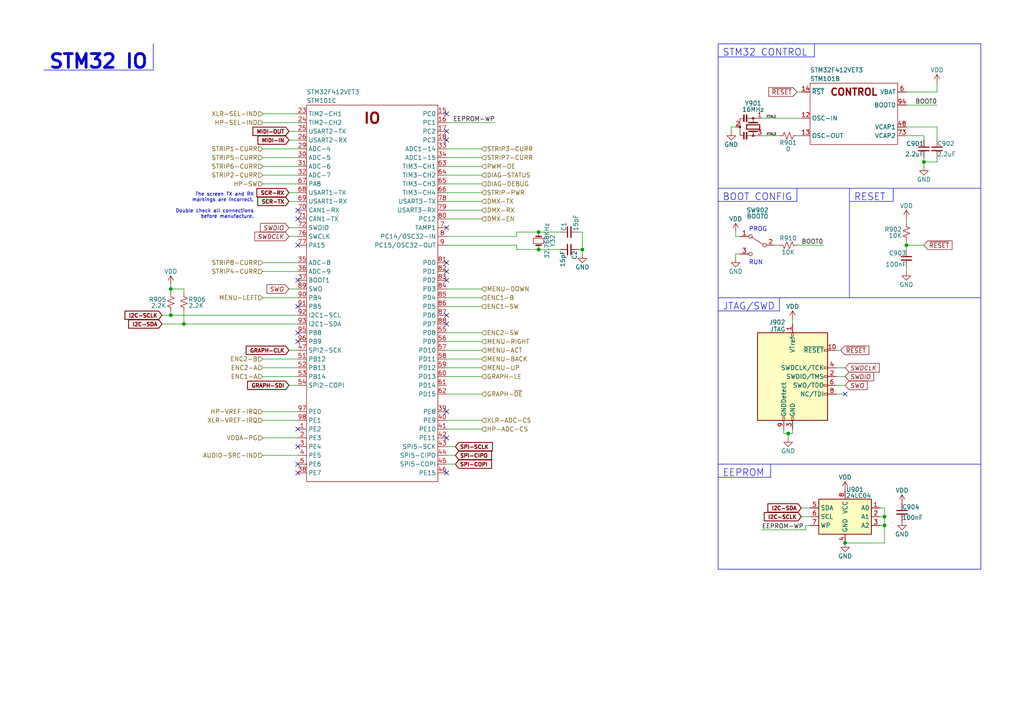
<source format=kicad_sch>
(kicad_sch (version 20230121) (generator eeschema)

  (uuid 0c68b200-1973-498c-9704-2d51b2887260)

  (paper "A4")

  (title_block
    (title "LightDrum")
    (rev "REV10")
    (company "Daxxn Industries")
  )

  (lib_symbols
    (symbol "Connector:Conn_ARM_JTAG_SWD_10" (pin_names (offset 1.016)) (in_bom yes) (on_board yes)
      (property "Reference" "J" (at -2.54 16.51 0)
        (effects (font (size 1.27 1.27)) (justify right))
      )
      (property "Value" "Conn_ARM_JTAG_SWD_10" (at -2.54 13.97 0)
        (effects (font (size 1.27 1.27)) (justify right bottom))
      )
      (property "Footprint" "" (at 0 0 0)
        (effects (font (size 1.27 1.27)) hide)
      )
      (property "Datasheet" "http://infocenter.arm.com/help/topic/com.arm.doc.ddi0314h/DDI0314H_coresight_components_trm.pdf" (at -8.89 -31.75 90)
        (effects (font (size 1.27 1.27)) hide)
      )
      (property "ki_keywords" "Cortex Debug Connector ARM SWD JTAG" (at 0 0 0)
        (effects (font (size 1.27 1.27)) hide)
      )
      (property "ki_description" "Cortex Debug Connector, standard ARM Cortex-M SWD and JTAG interface" (at 0 0 0)
        (effects (font (size 1.27 1.27)) hide)
      )
      (property "ki_fp_filters" "PinHeader?2x05?P1.27mm*" (at 0 0 0)
        (effects (font (size 1.27 1.27)) hide)
      )
      (symbol "Conn_ARM_JTAG_SWD_10_0_1"
        (rectangle (start -10.16 12.7) (end 10.16 -12.7)
          (stroke (width 0.254) (type default))
          (fill (type background))
        )
        (rectangle (start -2.794 -12.7) (end -2.286 -11.684)
          (stroke (width 0) (type default))
          (fill (type none))
        )
        (rectangle (start -0.254 -12.7) (end 0.254 -11.684)
          (stroke (width 0) (type default))
          (fill (type none))
        )
        (rectangle (start -0.254 12.7) (end 0.254 11.684)
          (stroke (width 0) (type default))
          (fill (type none))
        )
        (rectangle (start 9.144 2.286) (end 10.16 2.794)
          (stroke (width 0) (type default))
          (fill (type none))
        )
        (rectangle (start 10.16 -2.794) (end 9.144 -2.286)
          (stroke (width 0) (type default))
          (fill (type none))
        )
        (rectangle (start 10.16 -0.254) (end 9.144 0.254)
          (stroke (width 0) (type default))
          (fill (type none))
        )
        (rectangle (start 10.16 7.874) (end 9.144 7.366)
          (stroke (width 0) (type default))
          (fill (type none))
        )
      )
      (symbol "Conn_ARM_JTAG_SWD_10_1_1"
        (rectangle (start 9.144 -5.334) (end 10.16 -4.826)
          (stroke (width 0) (type default))
          (fill (type none))
        )
        (pin power_in line (at 0 15.24 270) (length 2.54)
          (name "VTref" (effects (font (size 1.27 1.27))))
          (number "1" (effects (font (size 1.27 1.27))))
        )
        (pin open_collector line (at 12.7 7.62 180) (length 2.54)
          (name "~{RESET}" (effects (font (size 1.27 1.27))))
          (number "10" (effects (font (size 1.27 1.27))))
        )
        (pin bidirectional line (at 12.7 0 180) (length 2.54)
          (name "SWDIO/TMS" (effects (font (size 1.27 1.27))))
          (number "2" (effects (font (size 1.27 1.27))))
        )
        (pin power_in line (at 0 -15.24 90) (length 2.54)
          (name "GND" (effects (font (size 1.27 1.27))))
          (number "3" (effects (font (size 1.27 1.27))))
        )
        (pin output line (at 12.7 2.54 180) (length 2.54)
          (name "SWDCLK/TCK" (effects (font (size 1.27 1.27))))
          (number "4" (effects (font (size 1.27 1.27))))
        )
        (pin passive line (at 0 -15.24 90) (length 2.54) hide
          (name "GND" (effects (font (size 1.27 1.27))))
          (number "5" (effects (font (size 1.27 1.27))))
        )
        (pin input line (at 12.7 -2.54 180) (length 2.54)
          (name "SWO/TDO" (effects (font (size 1.27 1.27))))
          (number "6" (effects (font (size 1.27 1.27))))
        )
        (pin no_connect line (at -10.16 0 0) (length 2.54) hide
          (name "KEY" (effects (font (size 1.27 1.27))))
          (number "7" (effects (font (size 1.27 1.27))))
        )
        (pin output line (at 12.7 -5.08 180) (length 2.54)
          (name "NC/TDI" (effects (font (size 1.27 1.27))))
          (number "8" (effects (font (size 1.27 1.27))))
        )
        (pin passive line (at -2.54 -15.24 90) (length 2.54)
          (name "GNDDetect" (effects (font (size 1.27 1.27))))
          (number "9" (effects (font (size 1.27 1.27))))
        )
      )
    )
    (symbol "Daxxn_Device:C" (pin_numbers hide) (pin_names (offset 0.254) hide) (in_bom yes) (on_board yes)
      (property "Reference" "C" (at 0.254 1.524 0)
        (effects (font (size 1.27 1.27)) (justify left))
      )
      (property "Value" "C" (at 0.254 -1.905 0)
        (effects (font (size 1.27 1.27)) (justify left))
      )
      (property "Footprint" "" (at 0 0 0)
        (effects (font (size 1.27 1.27)) hide)
      )
      (property "Datasheet" "~" (at 0 0 0)
        (effects (font (size 1.27 1.27)) hide)
      )
      (property "ki_keywords" "capacitor cap daxxn" (at 0 0 0)
        (effects (font (size 1.27 1.27)) hide)
      )
      (property "ki_description" "Unpolarized Capacitor" (at 0 0 0)
        (effects (font (size 1.27 1.27)) hide)
      )
      (property "ki_fp_filters" "C_*" (at 0 0 0)
        (effects (font (size 1.27 1.27)) hide)
      )
      (symbol "C_0_1"
        (polyline
          (pts
            (xy -1.524 -0.508)
            (xy 1.524 -0.508)
          )
          (stroke (width 0.3302) (type default))
          (fill (type none))
        )
        (polyline
          (pts
            (xy -1.524 0.508)
            (xy 1.524 0.508)
          )
          (stroke (width 0.3048) (type default))
          (fill (type none))
        )
      )
      (symbol "C_1_1"
        (pin passive line (at 0 2.54 270) (length 2.032)
          (name "~" (effects (font (size 1.27 1.27))))
          (number "1" (effects (font (size 1.27 1.27))))
        )
        (pin passive line (at 0 -2.54 90) (length 2.032)
          (name "~" (effects (font (size 1.27 1.27))))
          (number "2" (effects (font (size 1.27 1.27))))
        )
      )
    )
    (symbol "Daxxn_Device:Crystal_Floating" (pin_numbers hide) (pin_names (offset 1.016) hide) (in_bom yes) (on_board yes)
      (property "Reference" "Y" (at 0 4.064 0)
        (effects (font (size 1.27 1.27)))
      )
      (property "Value" "Crystal_Floating" (at 0 2.413 0)
        (effects (font (size 1.27 1.27)))
      )
      (property "Footprint" "" (at 0 0 0)
        (effects (font (size 1.27 1.27)) hide)
      )
      (property "Datasheet" "~" (at 0 0 0)
        (effects (font (size 1.27 1.27)) hide)
      )
      (property "ki_keywords" "quartz ceramic oscillator daxxn" (at 0 0 0)
        (effects (font (size 1.27 1.27)) hide)
      )
      (property "ki_description" "Two pin crystal" (at 0 0 0)
        (effects (font (size 1.27 1.27)) hide)
      )
      (property "ki_fp_filters" "Crystal*" (at 0 0 0)
        (effects (font (size 1.27 1.27)) hide)
      )
      (symbol "Crystal_Floating_0_1"
        (rectangle (start -0.762 -1.524) (end 0.762 1.524)
          (stroke (width 0) (type default))
          (fill (type none))
        )
        (polyline
          (pts
            (xy -1.27 -0.762)
            (xy -1.27 0.762)
          )
          (stroke (width 0.381) (type default))
          (fill (type none))
        )
        (polyline
          (pts
            (xy 1.27 -0.762)
            (xy 1.27 0.762)
          )
          (stroke (width 0.381) (type default))
          (fill (type none))
        )
      )
      (symbol "Crystal_Floating_1_1"
        (pin passive line (at -2.54 0 0) (length 1.27)
          (name "1" (effects (font (size 1.27 1.27))))
          (number "1" (effects (font (size 1.27 1.27))))
        )
        (pin passive line (at 2.54 0 180) (length 1.27)
          (name "2" (effects (font (size 1.27 1.27))))
          (number "2" (effects (font (size 1.27 1.27))))
        )
      )
    )
    (symbol "Daxxn_STMicros:STM32F412VET3" (in_bom yes) (on_board yes)
      (property "Reference" "STM" (at 0 1.27 0)
        (effects (font (size 1.27 1.27)) (justify left))
      )
      (property "Value" "STM32F412VET3" (at 0 3.81 0)
        (effects (font (size 1.27 1.27)) (justify left))
      )
      (property "Footprint" "Package_QFP:LQFP-100_14x14mm_P0.5mm" (at 0 6.35 0)
        (effects (font (size 1.27 1.27)) (justify left) hide)
      )
      (property "Datasheet" "%LOCAL_DATASHEETS%/STM32F412.pdf" (at 0 7.62 0)
        (effects (font (size 1.27 1.27)) (justify left) hide)
      )
      (property "ki_keywords" "stm32 mc microcontroller" (at 0 0 0)
        (effects (font (size 1.27 1.27)) hide)
      )
      (property "ki_description" "STM32 32BIT IC MCU 512KB FLASH" (at 0 0 0)
        (effects (font (size 1.27 1.27)) hide)
      )
      (symbol "STM32F412VET3_1_0"
        (text "POWER" (at 11.43 -13.97 0)
          (effects (font (size 2 2) bold))
        )
        (pin power_in line (at 25.4 -13.97 180) (length 2.54)
          (name "VSS" (effects (font (size 1.27 1.27))))
          (number "10" (effects (font (size 1.27 1.27))))
        )
        (pin power_in line (at -2.54 -24.13 0) (length 2.54)
          (name "VDD" (effects (font (size 1.27 1.27))))
          (number "100" (effects (font (size 0.85 0.85))))
        )
        (pin power_in line (at -2.54 -19.05 0) (length 2.54)
          (name "VDD" (effects (font (size 1.27 1.27))))
          (number "11" (effects (font (size 1.27 1.27))))
        )
        (pin power_in line (at -2.54 -21.59 0) (length 2.54)
          (name "VDD" (effects (font (size 1.27 1.27))))
          (number "19" (effects (font (size 1.27 1.27))))
        )
        (pin input line (at 25.4 -2.54 180) (length 2.54)
          (name "VSSA/VREF-" (effects (font (size 1.27 1.27))))
          (number "20" (effects (font (size 1.27 1.27))))
        )
        (pin input line (at -2.54 -2.54 0) (length 2.54)
          (name "VREF+" (effects (font (size 1.27 1.27))))
          (number "21" (effects (font (size 1.27 1.27))))
        )
        (pin power_in line (at -2.54 -7.62 0) (length 2.54)
          (name "VDDA" (effects (font (size 1.27 1.27))))
          (number "22" (effects (font (size 1.27 1.27))))
        )
        (pin power_in line (at 25.4 -16.51 180) (length 2.54)
          (name "VSS" (effects (font (size 1.27 1.27))))
          (number "27" (effects (font (size 1.27 1.27))))
        )
        (pin power_in line (at -2.54 -16.51 0) (length 2.54)
          (name "VDD" (effects (font (size 1.27 1.27))))
          (number "28" (effects (font (size 1.27 1.27))))
        )
        (pin power_in line (at 25.4 -19.05 180) (length 2.54)
          (name "VSS" (effects (font (size 1.27 1.27))))
          (number "49" (effects (font (size 1.27 1.27))))
        )
        (pin power_in line (at -2.54 -13.97 0) (length 2.54)
          (name "VDD" (effects (font (size 1.27 1.27))))
          (number "50" (effects (font (size 1.27 1.27))))
        )
        (pin power_in line (at 25.4 -21.59 180) (length 2.54)
          (name "VSS" (effects (font (size 1.27 1.27))))
          (number "74" (effects (font (size 1.27 1.27))))
        )
        (pin power_in line (at -2.54 -11.43 0) (length 2.54)
          (name "VDD" (effects (font (size 1.27 1.27))))
          (number "75" (effects (font (size 1.27 1.27))))
        )
        (pin power_in line (at 25.4 -24.13 180) (length 2.54)
          (name "VSS" (effects (font (size 1.27 1.27))))
          (number "99" (effects (font (size 1.27 1.27))))
        )
      )
      (symbol "STM32F412VET3_1_1"
        (rectangle (start 0 0) (end 22.86 -26.67)
          (stroke (width 0) (type default))
          (fill (type none))
        )
      )
      (symbol "STM32F412VET3_2_0"
        (text "CONTROL" (at 12.7 -2.54 0)
          (effects (font (size 2 2) bold))
        )
        (pin input line (at -2.54 -10.16 0) (length 2.54)
          (name "OSC-IN" (effects (font (size 1.27 1.27))))
          (number "12" (effects (font (size 1.27 1.27))))
        )
        (pin input line (at -2.54 -15.24 0) (length 2.54)
          (name "OSC-OUT" (effects (font (size 1.27 1.27))))
          (number "13" (effects (font (size 1.27 1.27))))
        )
        (pin input line (at -2.54 -2.54 0) (length 2.54)
          (name "~{RST}" (effects (font (size 1.27 1.27))))
          (number "14" (effects (font (size 1.27 1.27))))
        )
        (pin input line (at 27.94 -12.7 180) (length 2.54)
          (name "VCAP1" (effects (font (size 1.27 1.27))))
          (number "48" (effects (font (size 1.27 1.27))))
        )
        (pin power_in line (at 27.94 -2.54 180) (length 2.54)
          (name "VBAT" (effects (font (size 1.27 1.27))))
          (number "6" (effects (font (size 1.27 1.27))))
        )
        (pin input line (at 27.94 -15.24 180) (length 2.54)
          (name "VCAP2" (effects (font (size 1.27 1.27))))
          (number "73" (effects (font (size 1.27 1.27))))
        )
        (pin input line (at 27.94 -6.35 180) (length 2.54)
          (name "BOOT0" (effects (font (size 1.27 1.27))))
          (number "94" (effects (font (size 1.27 1.27))))
        )
      )
      (symbol "STM32F412VET3_2_1"
        (rectangle (start 0 0) (end 25.4 -17.78)
          (stroke (width 0) (type default))
          (fill (type none))
        )
      )
      (symbol "STM32F412VET3_3_0"
        (text "IO" (at 19.05 -3.81 0)
          (effects (font (size 3 3) bold))
        )
        (pin bidirectional line (at -2.54 -93.98 0) (length 2.54)
          (name "PE2" (effects (font (size 1.27 1.27))))
          (number "1" (effects (font (size 1.27 1.27))))
          (alternate "FSMC-A23" bidirectional line)
          (alternate "I2S4-CK" bidirectional line)
          (alternate "I2S5-CK" bidirectional line)
          (alternate "QSPI-BK1-IO2" bidirectional line)
          (alternate "SPI4-SCK" bidirectional line)
          (alternate "SPI5-SCK" bidirectional line)
          (alternate "TRACECLK" bidirectional line)
        )
        (pin bidirectional line (at 40.64 -2.54 180) (length 2.54)
          (name "PC0" (effects (font (size 1.27 1.27))))
          (number "15" (effects (font (size 1.27 1.27))))
          (alternate "ADC-10" bidirectional line)
          (alternate "WKUP2" bidirectional line)
        )
        (pin bidirectional line (at 40.64 -5.08 180) (length 2.54)
          (name "PC1" (effects (font (size 1.27 1.27))))
          (number "16" (effects (font (size 1.27 1.27))))
          (alternate "ADC-11" bidirectional line)
          (alternate "WKUP3" bidirectional line)
        )
        (pin bidirectional line (at 40.64 -7.62 180) (length 2.54)
          (name "PC2" (effects (font (size 1.27 1.27))))
          (number "17" (effects (font (size 1.27 1.27))))
          (alternate "ADC-12" bidirectional line)
          (alternate "DFSDM1-CKOUT" bidirectional line)
          (alternate "FSMC-NWE" bidirectional line)
          (alternate "I2C2-SD" bidirectional line)
          (alternate "SPI2-CIPO" bidirectional line)
        )
        (pin bidirectional line (at 40.64 -10.16 180) (length 2.54)
          (name "PC3" (effects (font (size 1.27 1.27))))
          (number "18" (effects (font (size 1.27 1.27))))
          (alternate "ADC-13" bidirectional line)
          (alternate "FSMC-A0" bidirectional line)
          (alternate "I2S-SD" bidirectional line)
          (alternate "SPI2-COPI" bidirectional line)
        )
        (pin bidirectional line (at -2.54 -96.52 0) (length 2.54)
          (name "PE3" (effects (font (size 1.27 1.27))))
          (number "2" (effects (font (size 1.27 1.27))))
          (alternate "FSMC-A19" bidirectional line)
          (alternate "TRACED0" bidirectional line)
        )
        (pin bidirectional line (at -2.54 -2.54 0) (length 2.54)
          (name "PA0" (effects (font (size 1.27 1.27))))
          (number "23" (effects (font (size 1.27 1.27))))
          (alternate "ADC-0" bidirectional line)
          (alternate "TIM2-CH1" bidirectional line)
          (alternate "TIM2-ETR" bidirectional line)
          (alternate "TIM5-CH1" bidirectional line)
          (alternate "TIM8-ETR" bidirectional line)
          (alternate "USART2-CTS" bidirectional line)
          (alternate "WKUP1" bidirectional line)
        )
        (pin bidirectional line (at -2.54 -5.08 0) (length 2.54)
          (name "PA1" (effects (font (size 1.27 1.27))))
          (number "24" (effects (font (size 1.27 1.27))))
          (alternate "ADC-1" bidirectional line)
          (alternate "I2S4-SD" bidirectional line)
          (alternate "QSPI-BK1-IO3" bidirectional line)
          (alternate "SPI4-COPI" bidirectional line)
          (alternate "TIM2-CH2" bidirectional line)
          (alternate "TIM5-CH2" bidirectional line)
          (alternate "USART2-RTS" bidirectional line)
        )
        (pin bidirectional line (at -2.54 -7.62 0) (length 2.54)
          (name "PA2" (effects (font (size 1.27 1.27))))
          (number "25" (effects (font (size 1.27 1.27))))
          (alternate " I2S2-CKIN" bidirectional line)
          (alternate "ADC-2" bidirectional line)
          (alternate "FSMC-D4" bidirectional line)
          (alternate "FSMC-DA4" bidirectional line)
          (alternate "TIM2-CH3" bidirectional line)
          (alternate "TIM5-CH3" bidirectional line)
          (alternate "TIM9-CH1" bidirectional line)
          (alternate "USART2-TX" bidirectional line)
        )
        (pin bidirectional line (at -2.54 -10.16 0) (length 2.54)
          (name "PA3" (effects (font (size 1.27 1.27))))
          (number "26" (effects (font (size 1.27 1.27))))
          (alternate "ADC-3" bidirectional line)
          (alternate "FSMC-D5" bidirectional line)
          (alternate "FSMC-DA5" bidirectional line)
          (alternate "I2S2-MCK" bidirectional line)
          (alternate "TIM2-CH4" bidirectional line)
          (alternate "TIM5-CH4" bidirectional line)
          (alternate "TIM9-CH2" bidirectional line)
          (alternate "USART2-RX" bidirectional line)
        )
        (pin bidirectional line (at -2.54 -12.7 0) (length 2.54)
          (name "PA4" (effects (font (size 1.27 1.27))))
          (number "29" (effects (font (size 1.27 1.27))))
          (alternate "ADC-4" bidirectional line)
          (alternate "DFSDM1-DATIN1" bidirectional line)
          (alternate "FSMC-D6" bidirectional line)
          (alternate "FSMC-DA6" bidirectional line)
          (alternate "I2S1-WS" bidirectional line)
          (alternate "I2S3-WS" bidirectional line)
          (alternate "SPI1-~{SS}" bidirectional line)
          (alternate "SPI3-~{SS}" bidirectional line)
          (alternate "USART2-CK" bidirectional line)
        )
        (pin bidirectional line (at -2.54 -99.06 0) (length 2.54)
          (name "PE4" (effects (font (size 1.27 1.27))))
          (number "3" (effects (font (size 1.27 1.27))))
          (alternate "DFSDM1-DATIN3" bidirectional line)
          (alternate "FSMC-A20" bidirectional line)
          (alternate "I2S4-WS" bidirectional line)
          (alternate "I2S5-WS" bidirectional line)
          (alternate "SPI4-~{SS}" bidirectional line)
          (alternate "SPI5-~{SS}" bidirectional line)
          (alternate "TRACED1" bidirectional line)
        )
        (pin bidirectional line (at -2.54 -15.24 0) (length 2.54)
          (name "PA5" (effects (font (size 1.27 1.27))))
          (number "30" (effects (font (size 1.27 1.27))))
          (alternate "ADC-5" bidirectional line)
          (alternate "DFSDM1-CKIN1" bidirectional line)
          (alternate "FSMC-D7" bidirectional line)
          (alternate "FSMC-DA7" bidirectional line)
          (alternate "I2S1-CK" bidirectional line)
          (alternate "SPI1-SCK" bidirectional line)
          (alternate "TIM2-CH1" bidirectional line)
          (alternate "TIM2-ETR" bidirectional line)
          (alternate "TIM8-~{CH1}" bidirectional line)
        )
        (pin bidirectional line (at -2.54 -17.78 0) (length 2.54)
          (name "PA6" (effects (font (size 1.27 1.27))))
          (number "31" (effects (font (size 1.27 1.27))))
          (alternate "ADC-6" bidirectional line)
          (alternate "I2S2-MCK" bidirectional line)
          (alternate "QSPI-BK2-IO0" bidirectional line)
          (alternate "SDIO-CMD" bidirectional line)
          (alternate "SPI1-CIPO" bidirectional line)
          (alternate "TIM1-BKIN" bidirectional line)
          (alternate "TIM13-CH1" bidirectional line)
          (alternate "TIM3-CH1" bidirectional line)
          (alternate "TIM8-BKIN" bidirectional line)
        )
        (pin bidirectional line (at -2.54 -20.32 0) (length 2.54)
          (name "PA7" (effects (font (size 1.27 1.27))))
          (number "32" (effects (font (size 1.27 1.27))))
          (alternate "ADC-7" bidirectional line)
          (alternate "I2S1-SD" bidirectional line)
          (alternate "QSPI-BK2-IO1" bidirectional line)
          (alternate "SPI1-COPI" bidirectional line)
          (alternate "TIM1-~{CH1}" bidirectional line)
          (alternate "TIM14-CH1" bidirectional line)
          (alternate "TIM3-CH2" bidirectional line)
          (alternate "TIM8-~{CH1}" bidirectional line)
        )
        (pin bidirectional line (at 40.64 -12.7 180) (length 2.54)
          (name "PC4" (effects (font (size 1.27 1.27))))
          (number "33" (effects (font (size 1.27 1.27))))
          (alternate "ADC1-14" bidirectional line)
          (alternate "FSMC-~{E4}" bidirectional line)
          (alternate "I2S1-MCK" bidirectional line)
          (alternate "QSPI-BK2-IO2" bidirectional line)
        )
        (pin bidirectional line (at 40.64 -15.24 180) (length 2.54)
          (name "PC5" (effects (font (size 1.27 1.27))))
          (number "34" (effects (font (size 1.27 1.27))))
          (alternate "ADC1-15" bidirectional line)
          (alternate "FSMC-~{OE}" bidirectional line)
          (alternate "I2CFMP1-SMBA" bidirectional line)
          (alternate "QSPI-BK2-IO3" bidirectional line)
          (alternate "USART3-RX" bidirectional line)
        )
        (pin bidirectional line (at -2.54 -45.72 0) (length 2.54)
          (name "PB0" (effects (font (size 1.27 1.27))))
          (number "35" (effects (font (size 1.27 1.27))))
          (alternate "ADC-8" bidirectional line)
          (alternate "I2S5-CK" bidirectional line)
          (alternate "SPI5-SCK" bidirectional line)
          (alternate "TIM1-CH2-" bidirectional line)
          (alternate "TIM3-CH3" bidirectional line)
          (alternate "TIM8-CH2-" bidirectional line)
        )
        (pin bidirectional line (at -2.54 -48.26 0) (length 2.54)
          (name "PB1" (effects (font (size 1.27 1.27))))
          (number "36" (effects (font (size 1.27 1.27))))
          (alternate "ADC-9" bidirectional line)
          (alternate "DFSDM1-DATIN0" bidirectional line)
          (alternate "I2S5-WS" bidirectional line)
          (alternate "QSPI-CLK" bidirectional line)
          (alternate "SPI5-~{SS}" bidirectional line)
          (alternate "TIM1-CH3-" bidirectional line)
          (alternate "TIM3-CH4" bidirectional line)
          (alternate "TIM8-CH3-" bidirectional line)
        )
        (pin bidirectional line (at -2.54 -50.8 0) (length 2.54)
          (name "PB2" (effects (font (size 1.27 1.27))))
          (number "37" (effects (font (size 1.27 1.27))))
          (alternate "BOOT1" bidirectional line)
          (alternate "DFSDM1-CKIN0" bidirectional line)
          (alternate "QSPI-CLK" bidirectional line)
        )
        (pin bidirectional line (at -2.54 -106.68 0) (length 2.54)
          (name "PE7" (effects (font (size 1.27 1.27))))
          (number "38" (effects (font (size 1.27 1.27))))
          (alternate "DFSDM1-DATIN2" bidirectional line)
          (alternate "FSMC-D4" bidirectional line)
          (alternate "FSMC-DA4" bidirectional line)
          (alternate "QSPI-BK2-IO0" bidirectional line)
          (alternate "TIM1-ETR" bidirectional line)
        )
        (pin bidirectional line (at 40.64 -88.9 180) (length 2.54)
          (name "PE8" (effects (font (size 1.27 1.27))))
          (number "39" (effects (font (size 1.27 1.27))))
          (alternate "DFSDM1-CKIN2" bidirectional line)
          (alternate "FSMC-D5" bidirectional line)
          (alternate "FSMC-DA5" bidirectional line)
          (alternate "QSPI-BK2-IO1" bidirectional line)
          (alternate "TIM1-CH1-" bidirectional line)
        )
        (pin bidirectional line (at -2.54 -101.6 0) (length 2.54)
          (name "PE5" (effects (font (size 1.27 1.27))))
          (number "4" (effects (font (size 1.27 1.27))))
          (alternate "DFSDM1-CKIN3" bidirectional line)
          (alternate "FSMC-A21" bidirectional line)
          (alternate "SPI4-CIPO" bidirectional line)
          (alternate "SPI5-CIPO" bidirectional line)
          (alternate "TIM9-CH1" bidirectional line)
          (alternate "TRACED2" bidirectional line)
        )
        (pin bidirectional line (at 40.64 -91.44 180) (length 2.54)
          (name "PE9" (effects (font (size 1.27 1.27))))
          (number "40" (effects (font (size 1.27 1.27))))
          (alternate "DFSDM1-CKOUT" bidirectional line)
          (alternate "FSMC-D6" bidirectional line)
          (alternate "FSMC-DA6" bidirectional line)
          (alternate "QSPI-BK2-IO2" bidirectional line)
          (alternate "TIM1-CH1" bidirectional line)
        )
        (pin bidirectional line (at 40.64 -93.98 180) (length 2.54)
          (name "PE10" (effects (font (size 1.27 1.27))))
          (number "41" (effects (font (size 1.27 1.27))))
          (alternate "FSMC-D7" bidirectional line)
          (alternate "FSMC-DA7" bidirectional line)
          (alternate "QSPI-BK2-IO3" bidirectional line)
          (alternate "TIM1-CH2-" bidirectional line)
        )
        (pin bidirectional line (at 40.64 -96.52 180) (length 2.54)
          (name "PE11" (effects (font (size 1.27 1.27))))
          (number "42" (effects (font (size 1.27 1.27))))
          (alternate "FSMC-D8" bidirectional line)
          (alternate "FSMC-DA8" bidirectional line)
          (alternate "I2S4-WS" bidirectional line)
          (alternate "I2S5-WS" bidirectional line)
          (alternate "SPI4-~{SS}" bidirectional line)
          (alternate "SPI5-~{SS}" bidirectional line)
          (alternate "TIM1_CH2" bidirectional line)
        )
        (pin bidirectional line (at 40.64 -99.06 180) (length 2.54)
          (name "PE12" (effects (font (size 1.27 1.27))))
          (number "43" (effects (font (size 1.27 1.27))))
          (alternate "FSMC-D9" bidirectional line)
          (alternate "FSMC-DA9" bidirectional line)
          (alternate "I2S4-CK" bidirectional line)
          (alternate "I2S5-CK" bidirectional line)
          (alternate "SPI4-SCK" bidirectional line)
          (alternate "SPI5-SCK" bidirectional line)
          (alternate "TIM1-CH3-" bidirectional line)
        )
        (pin bidirectional line (at 40.64 -101.6 180) (length 2.54)
          (name "PE13" (effects (font (size 1.27 1.27))))
          (number "44" (effects (font (size 1.27 1.27))))
          (alternate "FSMC-D10" bidirectional line)
          (alternate "FSMC-DA10" bidirectional line)
          (alternate "SPI4-CIPO" bidirectional line)
          (alternate "SPI5-CIPO" bidirectional line)
          (alternate "TIM1-CH3" bidirectional line)
        )
        (pin bidirectional line (at 40.64 -104.14 180) (length 2.54)
          (name "PE14" (effects (font (size 1.27 1.27))))
          (number "45" (effects (font (size 1.27 1.27))))
          (alternate "FSMC-D11" bidirectional line)
          (alternate "FSMC-DA11" bidirectional line)
          (alternate "I2S4-SD" bidirectional line)
          (alternate "I2S5-SD" bidirectional line)
          (alternate "SPI4-COPI" bidirectional line)
          (alternate "SPI5-COPI" bidirectional line)
          (alternate "TIM1-CH4" bidirectional line)
        )
        (pin bidirectional line (at 40.64 -106.68 180) (length 2.54)
          (name "PE15" (effects (font (size 1.27 1.27))))
          (number "46" (effects (font (size 1.27 1.27))))
          (alternate "FSMC-D12" bidirectional line)
          (alternate "FSMC-DA12" bidirectional line)
          (alternate "TIM1-BKIN" bidirectional line)
        )
        (pin bidirectional line (at -2.54 -71.12 0) (length 2.54)
          (name "PB10" (effects (font (size 1.27 1.27))))
          (number "47" (effects (font (size 1.27 1.27))))
          (alternate " I2C2-SCL" bidirectional line)
          (alternate "I2CFMP1-SCL" bidirectional line)
          (alternate "I2S2-CK" bidirectional line)
          (alternate "I2S3-MCK" bidirectional line)
          (alternate "SDIO-D7" bidirectional line)
          (alternate "SPI2-SCK" bidirectional line)
          (alternate "TIM2-CH3" bidirectional line)
          (alternate "USART3-TX" bidirectional line)
        )
        (pin bidirectional line (at -2.54 -104.14 0) (length 2.54)
          (name "PE6" (effects (font (size 1.27 1.27))))
          (number "5" (effects (font (size 1.27 1.27))))
          (alternate "FSMC-A22" bidirectional line)
          (alternate "I2S4-SD" bidirectional line)
          (alternate "I2S5-SD" bidirectional line)
          (alternate "SPI4-COPI" bidirectional line)
          (alternate "SPI5-COPI" bidirectional line)
          (alternate "TIM9-CH2" bidirectional line)
          (alternate "TRACED3" bidirectional line)
        )
        (pin bidirectional line (at -2.54 -73.66 0) (length 2.54)
          (name "PB12" (effects (font (size 1.27 1.27))))
          (number "51" (effects (font (size 1.27 1.27))))
          (alternate "CAN2-RX" bidirectional line)
          (alternate "DFSDM1-DATIN1" bidirectional line)
          (alternate "FSMC-D13" bidirectional line)
          (alternate "FSMC-DA13" bidirectional line)
          (alternate "I2C2-SMBA" bidirectional line)
          (alternate "I2S2-WS" bidirectional line)
          (alternate "I2S3-CK" bidirectional line)
          (alternate "I2S4-WS" bidirectional line)
          (alternate "SPI2-~{SS}" bidirectional line)
          (alternate "SPI3-SCK" bidirectional line)
          (alternate "SPI4-~{SS}" bidirectional line)
          (alternate "TIM1-BKIN" bidirectional line)
          (alternate "USART3-CK" bidirectional line)
        )
        (pin bidirectional line (at -2.54 -76.2 0) (length 2.54)
          (name "PB13" (effects (font (size 1.27 1.27))))
          (number "52" (effects (font (size 1.27 1.27))))
          (alternate "CAN2-TX" bidirectional line)
          (alternate "DFSDM1-CKIN1" bidirectional line)
          (alternate "I2CFMP1-SMBA" bidirectional line)
          (alternate "I2S2-CK" bidirectional line)
          (alternate "I2S4-CK" bidirectional line)
          (alternate "SPI2-SCK" bidirectional line)
          (alternate "SPI4-SCK" bidirectional line)
          (alternate "TIM1-CH1-" bidirectional line)
          (alternate "USART3-CTS" bidirectional line)
        )
        (pin bidirectional line (at -2.54 -78.74 0) (length 2.54)
          (name "PB14" (effects (font (size 1.27 1.27))))
          (number "53" (effects (font (size 1.27 1.27))))
          (alternate "DFSDM1-DATIN2" bidirectional line)
          (alternate "FSMC-D0" bidirectional line)
          (alternate "FSMC-DA0" bidirectional line)
          (alternate "I2CFMP1-SDA" bidirectional line)
          (alternate "I2S2ext-SD" bidirectional line)
          (alternate "SDIO-D6" bidirectional line)
          (alternate "SPI2-MISO" bidirectional line)
          (alternate "TIM1-CH2-" bidirectional line)
          (alternate "TIM12-CH1" bidirectional line)
          (alternate "TIM8-CH2-" bidirectional line)
          (alternate "USART3-RTS" bidirectional line)
        )
        (pin bidirectional line (at -2.54 -81.28 0) (length 2.54)
          (name "PB15" (effects (font (size 1.27 1.27))))
          (number "54" (effects (font (size 1.27 1.27))))
          (alternate "DFSDM1-CKIN2" bidirectional line)
          (alternate "I2CFMP1-SCL" bidirectional line)
          (alternate "I2S2-SD" bidirectional line)
          (alternate "RTC-50Hz" bidirectional line)
          (alternate "SDIO-CK" bidirectional line)
          (alternate "SPI2-COPI" bidirectional line)
          (alternate "TIM1-CH3-" bidirectional line)
          (alternate "TIM12-CH2" bidirectional line)
          (alternate "TIM8-CH3-" bidirectional line)
        )
        (pin bidirectional line (at 40.64 -66.04 180) (length 2.54)
          (name "PD8" (effects (font (size 1.27 1.27))))
          (number "55" (effects (font (size 1.27 1.27))))
          (alternate "FSMC-D13" bidirectional line)
          (alternate "FSMC-DA13" bidirectional line)
          (alternate "USART3-TX" bidirectional line)
        )
        (pin bidirectional line (at 40.64 -68.58 180) (length 2.54)
          (name "PD9" (effects (font (size 1.27 1.27))))
          (number "56" (effects (font (size 1.27 1.27))))
          (alternate "FSMC-D14" bidirectional line)
          (alternate "FSMC-DA14" bidirectional line)
          (alternate "USART3-RX" bidirectional line)
        )
        (pin bidirectional line (at 40.64 -71.12 180) (length 2.54)
          (name "PD10" (effects (font (size 1.27 1.27))))
          (number "57" (effects (font (size 1.27 1.27))))
          (alternate "FSMC-D15" bidirectional line)
          (alternate "FSMC-DA1" bidirectional line)
          (alternate "USART3-CK" bidirectional line)
        )
        (pin bidirectional line (at 40.64 -73.66 180) (length 2.54)
          (name "PD11" (effects (font (size 1.27 1.27))))
          (number "58" (effects (font (size 1.27 1.27))))
          (alternate "FSMC-A16" bidirectional line)
          (alternate "I2CFMP1-SMBA" bidirectional line)
          (alternate "QSPI-BK1-IO0" bidirectional line)
          (alternate "USART3-CTS" bidirectional line)
        )
        (pin bidirectional line (at 40.64 -76.2 180) (length 2.54)
          (name "PD12" (effects (font (size 1.27 1.27))))
          (number "59" (effects (font (size 1.27 1.27))))
          (alternate "FSMC-A17" bidirectional line)
          (alternate "I2CFMP1-SCL" bidirectional line)
          (alternate "QSPI-BK1-IO1" bidirectional line)
          (alternate "TIM4-CH1" bidirectional line)
          (alternate "USART3-RTS" bidirectional line)
        )
        (pin bidirectional line (at 40.64 -78.74 180) (length 2.54)
          (name "PD13" (effects (font (size 1.27 1.27))))
          (number "60" (effects (font (size 1.27 1.27))))
          (alternate "FSMC-A18" bidirectional line)
          (alternate "I2CFMP1-SDA" bidirectional line)
          (alternate "QSPI-BK1-IO3" bidirectional line)
          (alternate "TIM4-CH2" bidirectional line)
        )
        (pin bidirectional line (at 40.64 -81.28 180) (length 2.54)
          (name "PD14" (effects (font (size 1.27 1.27))))
          (number "61" (effects (font (size 1.27 1.27))))
          (alternate "FSMC-D0" bidirectional line)
          (alternate "FSMC-DA0" bidirectional line)
          (alternate "I2CFMP1-SCL" bidirectional line)
          (alternate "TIM4-CH3" bidirectional line)
        )
        (pin bidirectional line (at 40.64 -83.82 180) (length 2.54)
          (name "PD15" (effects (font (size 1.27 1.27))))
          (number "62" (effects (font (size 1.27 1.27))))
          (alternate "FSMC-D1" bidirectional line)
          (alternate "FSMC-DA1" bidirectional line)
          (alternate "I2CFMP1-SDA" bidirectional line)
          (alternate "TIM4-CH4" bidirectional line)
        )
        (pin bidirectional line (at 40.64 -17.78 180) (length 2.54)
          (name "PC6" (effects (font (size 1.27 1.27))))
          (number "63" (effects (font (size 1.27 1.27))))
          (alternate "DFSDM1-CKIN3," bidirectional line)
          (alternate "FSMC-D1" bidirectional line)
          (alternate "FSMC-DA1" bidirectional line)
          (alternate "I2CFMP1-SCL" bidirectional line)
          (alternate "I2S2-MCK" bidirectional line)
          (alternate "SDIO-D6" bidirectional line)
          (alternate "TIM3-CH1" bidirectional line)
          (alternate "TIM8-CH1" bidirectional line)
          (alternate "USART6-TX" bidirectional line)
        )
        (pin bidirectional line (at 40.64 -20.32 180) (length 2.54)
          (name "PC7" (effects (font (size 1.27 1.27))))
          (number "64" (effects (font (size 1.27 1.27))))
          (alternate "DFSDM1-DATIN3" bidirectional line)
          (alternate "I2CFMP1-SDA" bidirectional line)
          (alternate "I2S2-CK" bidirectional line)
          (alternate "I2S3-MCK" bidirectional line)
          (alternate "SDIO-D7" bidirectional line)
          (alternate "SPI2-SCK" bidirectional line)
          (alternate "TIM3-CH2" bidirectional line)
          (alternate "TIM8-CH2" bidirectional line)
          (alternate "USART6-RX" bidirectional line)
        )
        (pin bidirectional line (at 40.64 -22.86 180) (length 2.54)
          (name "PC8" (effects (font (size 1.27 1.27))))
          (number "65" (effects (font (size 1.27 1.27))))
          (alternate "QSPI-BK1-IO2" bidirectional line)
          (alternate "SDIO-D0" bidirectional line)
          (alternate "TIM3-CH3" bidirectional line)
          (alternate "TIM8-CH3" bidirectional line)
          (alternate "USART6-CK" bidirectional line)
        )
        (pin bidirectional line (at 40.64 -25.4 180) (length 2.54)
          (name "PC9" (effects (font (size 1.27 1.27))))
          (number "66" (effects (font (size 1.27 1.27))))
          (alternate " I2C3-SDA" bidirectional line)
          (alternate "I2S2-CKIN" bidirectional line)
          (alternate "MCO2" bidirectional line)
          (alternate "QSPI-BK1-IO0" bidirectional line)
          (alternate "SDIO-D1" bidirectional line)
          (alternate "TIM3-CH4" bidirectional line)
          (alternate "TIM8-CH4" bidirectional line)
        )
        (pin bidirectional line (at -2.54 -22.86 0) (length 2.54)
          (name "PA8" (effects (font (size 1.27 1.27))))
          (number "67" (effects (font (size 1.27 1.27))))
          (alternate "I2C3-SCL" bidirectional line)
          (alternate "MCO1" bidirectional line)
          (alternate "SDIO-D1" bidirectional line)
          (alternate "TIM1-CH1" bidirectional line)
          (alternate "USART1-CK" bidirectional line)
          (alternate "USB-FS-SOF" bidirectional line)
        )
        (pin bidirectional line (at -2.54 -25.4 0) (length 2.54)
          (name "PA9" (effects (font (size 1.27 1.27))))
          (number "68" (effects (font (size 1.27 1.27))))
          (alternate "I2C3-SMBA" bidirectional line)
          (alternate "SDIO-D2" bidirectional line)
          (alternate "TIM1-CH2" bidirectional line)
          (alternate "USART1-TX" bidirectional line)
          (alternate "USB-FS-VBUS" bidirectional line)
        )
        (pin bidirectional line (at -2.54 -27.94 0) (length 2.54)
          (name "PA10" (effects (font (size 1.27 1.27))))
          (number "69" (effects (font (size 1.27 1.27))))
          (alternate "I2S5-SD" bidirectional line)
          (alternate "SPI5-COPI" bidirectional line)
          (alternate "TIM1-CH3" bidirectional line)
          (alternate "USART1-RX" bidirectional line)
          (alternate "USB-FS-ID" bidirectional line)
        )
        (pin output line (at 40.64 -35.56 180) (length 2.54)
          (name "TAMP1" (effects (font (size 1.27 1.27))))
          (number "7" (effects (font (size 1.27 1.27))))
          (alternate "PC13" bidirectional line)
        )
        (pin bidirectional line (at -2.54 -30.48 0) (length 2.54)
          (name "PA11" (effects (font (size 1.27 1.27))))
          (number "70" (effects (font (size 1.27 1.27))))
          (alternate "CAN1-RX" bidirectional line)
          (alternate "SPI4-CIPO" bidirectional line)
          (alternate "TIM1-CH4" bidirectional line)
          (alternate "USART1-CTS" bidirectional line)
          (alternate "USART6-TX" bidirectional line)
          (alternate "USB-FS-D-" bidirectional line)
        )
        (pin bidirectional line (at -2.54 -33.02 0) (length 2.54)
          (name "PA12" (effects (font (size 1.27 1.27))))
          (number "71" (effects (font (size 1.27 1.27))))
          (alternate "CAN1-TX" bidirectional line)
          (alternate "SPI5-CIPO" bidirectional line)
          (alternate "TIM1-ETR" bidirectional line)
          (alternate "USART1-RTS" bidirectional line)
          (alternate "USART6-RX" bidirectional line)
          (alternate "USB-FS-D+" bidirectional line)
        )
        (pin bidirectional line (at -2.54 -35.56 0) (length 2.54)
          (name "PA13" (effects (font (size 1.27 1.27))))
          (number "72" (effects (font (size 1.27 1.27))))
          (alternate "JTMS" bidirectional line)
          (alternate "JTMS-SWDIO" bidirectional line)
          (alternate "SWDIO" bidirectional line)
        )
        (pin bidirectional line (at -2.54 -38.1 0) (length 2.54)
          (name "PA14" (effects (font (size 1.27 1.27))))
          (number "76" (effects (font (size 1.27 1.27))))
          (alternate "JTCK" bidirectional line)
          (alternate "JTCK-SWCLK" bidirectional line)
          (alternate "SWCLK" bidirectional line)
        )
        (pin bidirectional line (at -2.54 -40.64 0) (length 2.54)
          (name "PA15" (effects (font (size 1.27 1.27))))
          (number "77" (effects (font (size 1.27 1.27))))
          (alternate "I2S1-WS" bidirectional line)
          (alternate "I2S3-WS" bidirectional line)
          (alternate "JTDI" bidirectional line)
          (alternate "SPI1-~{SS}" bidirectional line)
          (alternate "SPI3-~{SS}" bidirectional line)
          (alternate "TIM2-CH1" bidirectional line)
          (alternate "TIM2-ETR" bidirectional line)
          (alternate "USART1-TX" bidirectional line)
        )
        (pin bidirectional line (at 40.64 -27.94 180) (length 2.54)
          (name "PC10" (effects (font (size 1.27 1.27))))
          (number "78" (effects (font (size 1.27 1.27))))
          (alternate "I2S3-CK" bidirectional line)
          (alternate "QSPI-BK1-IO1" bidirectional line)
          (alternate "SDIO-D2" bidirectional line)
          (alternate "SPI3-SCK" bidirectional line)
          (alternate "USART3-TX" bidirectional line)
        )
        (pin bidirectional line (at 40.64 -30.48 180) (length 2.54)
          (name "PC11" (effects (font (size 1.27 1.27))))
          (number "79" (effects (font (size 1.27 1.27))))
          (alternate "FSMC-D2" bidirectional line)
          (alternate "FSMC-DA2" bidirectional line)
          (alternate "I2S3ext-SD" bidirectional line)
          (alternate "QSPI-BK2-~{CS}" bidirectional line)
          (alternate "SDIO-D3" bidirectional line)
          (alternate "SPI3-CIPO" bidirectional line)
          (alternate "USART3-RX" bidirectional line)
        )
        (pin bidirectional line (at 40.64 -38.1 180) (length 2.54)
          (name "PC14/OSC32-IN" (effects (font (size 1.27 1.27))))
          (number "8" (effects (font (size 1.27 1.27))))
          (alternate "OSC32-IN" input line)
          (alternate "PC14" bidirectional line)
        )
        (pin bidirectional line (at 40.64 -33.02 180) (length 2.54)
          (name "PC12" (effects (font (size 1.27 1.27))))
          (number "80" (effects (font (size 1.27 1.27))))
          (alternate "FSMC-D3" bidirectional line)
          (alternate "FSMC-DA3" bidirectional line)
          (alternate "I2S3-SD" bidirectional line)
          (alternate "SDIO-CK" bidirectional line)
          (alternate "SPI3-COPI" bidirectional line)
          (alternate "USART3-CK" bidirectional line)
        )
        (pin bidirectional line (at 40.64 -45.72 180) (length 2.54)
          (name "PD0" (effects (font (size 1.27 1.27))))
          (number "81" (effects (font (size 1.27 1.27))))
          (alternate "CAN1-RX" bidirectional line)
          (alternate "FSMC-D2" bidirectional line)
          (alternate "FSMC-DA2" bidirectional line)
        )
        (pin bidirectional line (at 40.64 -48.26 180) (length 2.54)
          (name "PD1" (effects (font (size 1.27 1.27))))
          (number "82" (effects (font (size 1.27 1.27))))
          (alternate "CAN1-TX" bidirectional line)
          (alternate "FSMC-D3" bidirectional line)
          (alternate "FSMC-DA3" bidirectional line)
        )
        (pin bidirectional line (at 40.64 -50.8 180) (length 2.54)
          (name "PD2" (effects (font (size 1.27 1.27))))
          (number "83" (effects (font (size 1.27 1.27))))
          (alternate "FSMC-~{WE}" bidirectional line)
          (alternate "SDIO-CMD" bidirectional line)
          (alternate "TIM3-ETR" bidirectional line)
        )
        (pin bidirectional line (at 40.64 -53.34 180) (length 2.54)
          (name "PD3" (effects (font (size 1.27 1.27))))
          (number "84" (effects (font (size 1.27 1.27))))
          (alternate "DFSDM1-DATIN0" bidirectional line)
          (alternate "FSMC-CLK" bidirectional line)
          (alternate "I2S2-CK" bidirectional line)
          (alternate "QSPI-CLK" bidirectional line)
          (alternate "SPI2-SCK" bidirectional line)
          (alternate "TRACED1" bidirectional line)
          (alternate "USART2-CTS" bidirectional line)
        )
        (pin bidirectional line (at 40.64 -55.88 180) (length 2.54)
          (name "PD4" (effects (font (size 1.27 1.27))))
          (number "85" (effects (font (size 1.27 1.27))))
          (alternate "DFSDM1-CKIN0" bidirectional line)
          (alternate "FSMC-~{OE}" bidirectional line)
          (alternate "USART2-RTS" bidirectional line)
        )
        (pin bidirectional line (at 40.64 -58.42 180) (length 2.54)
          (name "PD5" (effects (font (size 1.27 1.27))))
          (number "86" (effects (font (size 1.27 1.27))))
          (alternate "FSMC-~{WE}" bidirectional line)
          (alternate "USART2-TX" bidirectional line)
        )
        (pin bidirectional line (at 40.64 -60.96 180) (length 2.54)
          (name "PD6" (effects (font (size 1.27 1.27))))
          (number "87" (effects (font (size 1.27 1.27))))
          (alternate "DFSDM1-DATIN1" bidirectional line)
          (alternate "FSMC-~{WAIT}" bidirectional line)
          (alternate "I2S3-SD" bidirectional line)
          (alternate "SPI3-COPI" bidirectional line)
          (alternate "USART2-RX" bidirectional line)
        )
        (pin bidirectional line (at 40.64 -63.5 180) (length 2.54)
          (name "PD7" (effects (font (size 1.27 1.27))))
          (number "88" (effects (font (size 1.27 1.27))))
          (alternate "DFSDM1-CKIN1" bidirectional line)
          (alternate "FSMC-~{E1}" bidirectional line)
          (alternate "USART2-CK" bidirectional line)
        )
        (pin bidirectional line (at -2.54 -53.34 0) (length 2.54)
          (name "PB3" (effects (font (size 1.27 1.27))))
          (number "89" (effects (font (size 1.27 1.27))))
          (alternate "I2C2-SDA" bidirectional line)
          (alternate "I2CFMP1-SDA" bidirectional line)
          (alternate "I2S1-CK" bidirectional line)
          (alternate "I2S3-CK" bidirectional line)
          (alternate "JTDO" bidirectional line)
          (alternate "JTDO-SWO" bidirectional line)
          (alternate "SPI1-SCK" bidirectional line)
          (alternate "SPI3-SCK" bidirectional line)
          (alternate "SWO" bidirectional line)
          (alternate "TIM2-CH2" bidirectional line)
          (alternate "USART1-RX" bidirectional line)
        )
        (pin bidirectional line (at 40.64 -40.64 180) (length 2.54)
          (name "PC15/OSC32-OUT" (effects (font (size 1.27 1.27))))
          (number "9" (effects (font (size 1.27 1.27))))
          (alternate "OSC32-OUT" input line)
          (alternate "PC15" bidirectional line)
        )
        (pin bidirectional line (at -2.54 -55.88 0) (length 2.54)
          (name "PB4" (effects (font (size 1.27 1.27))))
          (number "90" (effects (font (size 1.27 1.27))))
          (alternate "I2C3-SDA" bidirectional line)
          (alternate "I2S3ext-SD" bidirectional line)
          (alternate "JTRST" bidirectional line)
          (alternate "SDIO-D0" bidirectional line)
          (alternate "SPI1-CIPO" bidirectional line)
          (alternate "SPI3-CIPO" bidirectional line)
          (alternate "TIM3-CH1" bidirectional line)
        )
        (pin bidirectional line (at -2.54 -58.42 0) (length 2.54)
          (name "PB5" (effects (font (size 1.27 1.27))))
          (number "91" (effects (font (size 1.27 1.27))))
          (alternate "CAN2-RX" bidirectional line)
          (alternate "I2C1-SMBA" bidirectional line)
          (alternate "I2S1-SD" bidirectional line)
          (alternate "I2S3-SD" bidirectional line)
          (alternate "SDIO-D3" bidirectional line)
          (alternate "SPI1-COPI" bidirectional line)
          (alternate "SPI3-COPI" bidirectional line)
          (alternate "TIM3-CH2" bidirectional line)
        )
        (pin bidirectional line (at -2.54 -60.96 0) (length 2.54)
          (name "PB6" (effects (font (size 1.27 1.27))))
          (number "92" (effects (font (size 1.27 1.27))))
          (alternate "CAN2-TX" bidirectional line)
          (alternate "I2C1-SCL" bidirectional line)
          (alternate "QSPI-BK1-~{CS}" bidirectional line)
          (alternate "SDIO-D0" bidirectional line)
          (alternate "TIM4-CH1" bidirectional line)
          (alternate "USART1-TX" bidirectional line)
        )
        (pin bidirectional line (at -2.54 -63.5 0) (length 2.54)
          (name "PB7" (effects (font (size 1.27 1.27))))
          (number "93" (effects (font (size 1.27 1.27))))
          (alternate "FSMC-~{L}" bidirectional line)
          (alternate "I2C1-SDA" bidirectional line)
          (alternate "TIM4-CH2" bidirectional line)
          (alternate "USART1-RX" bidirectional line)
        )
        (pin bidirectional line (at -2.54 -66.04 0) (length 2.54)
          (name "PB8" (effects (font (size 1.27 1.27))))
          (number "95" (effects (font (size 1.27 1.27))))
          (alternate "CAN1-RX" bidirectional line)
          (alternate "I2C1-SCL" bidirectional line)
          (alternate "I2C3-SDA" bidirectional line)
          (alternate "I2S5-SD" bidirectional line)
          (alternate "SDIO-D4" bidirectional line)
          (alternate "SPI5-COPI" bidirectional line)
          (alternate "TIM10-CH1" bidirectional line)
          (alternate "TIM4-CH3" bidirectional line)
        )
        (pin bidirectional line (at -2.54 -68.58 0) (length 2.54)
          (name "PB9" (effects (font (size 1.27 1.27))))
          (number "96" (effects (font (size 1.27 1.27))))
          (alternate "CAN1-TX" bidirectional line)
          (alternate "I2C1-SDA" bidirectional line)
          (alternate "I2C2-SDA" bidirectional line)
          (alternate "I2S2-WS" bidirectional line)
          (alternate "SDIO-D5" bidirectional line)
          (alternate "SPI2-~{SS}" bidirectional line)
          (alternate "TIM11-CH1" bidirectional line)
          (alternate "TIM4-CH4" bidirectional line)
        )
        (pin bidirectional line (at -2.54 -88.9 0) (length 2.54)
          (name "PE0" (effects (font (size 1.27 1.27))))
          (number "97" (effects (font (size 1.27 1.27))))
          (alternate "FSMC-~{BL0}" bidirectional line)
          (alternate "TIM4-ETR" bidirectional line)
        )
        (pin bidirectional line (at -2.54 -91.44 0) (length 2.54)
          (name "PE1" (effects (font (size 1.27 1.27))))
          (number "98" (effects (font (size 1.27 1.27))))
          (alternate "FSMC-~{BL1}" bidirectional line)
        )
      )
      (symbol "STM32F412VET3_3_1"
        (rectangle (start 0 0) (end 38.1 -109.22)
          (stroke (width 0) (type default))
          (fill (type none))
        )
      )
    )
    (symbol "Device:C_Small" (pin_numbers hide) (pin_names (offset 0.254) hide) (in_bom yes) (on_board yes)
      (property "Reference" "C" (at 0.254 1.778 0)
        (effects (font (size 1.27 1.27)) (justify left))
      )
      (property "Value" "C_Small" (at 0.254 -2.032 0)
        (effects (font (size 1.27 1.27)) (justify left))
      )
      (property "Footprint" "" (at 0 0 0)
        (effects (font (size 1.27 1.27)) hide)
      )
      (property "Datasheet" "~" (at 0 0 0)
        (effects (font (size 1.27 1.27)) hide)
      )
      (property "ki_keywords" "capacitor cap" (at 0 0 0)
        (effects (font (size 1.27 1.27)) hide)
      )
      (property "ki_description" "Unpolarized capacitor, small symbol" (at 0 0 0)
        (effects (font (size 1.27 1.27)) hide)
      )
      (property "ki_fp_filters" "C_*" (at 0 0 0)
        (effects (font (size 1.27 1.27)) hide)
      )
      (symbol "C_Small_0_1"
        (polyline
          (pts
            (xy -1.524 -0.508)
            (xy 1.524 -0.508)
          )
          (stroke (width 0.3302) (type default))
          (fill (type none))
        )
        (polyline
          (pts
            (xy -1.524 0.508)
            (xy 1.524 0.508)
          )
          (stroke (width 0.3048) (type default))
          (fill (type none))
        )
      )
      (symbol "C_Small_1_1"
        (pin passive line (at 0 2.54 270) (length 2.032)
          (name "~" (effects (font (size 1.27 1.27))))
          (number "1" (effects (font (size 1.27 1.27))))
        )
        (pin passive line (at 0 -2.54 90) (length 2.032)
          (name "~" (effects (font (size 1.27 1.27))))
          (number "2" (effects (font (size 1.27 1.27))))
        )
      )
    )
    (symbol "Device:R_Small_US" (pin_numbers hide) (pin_names (offset 0.254) hide) (in_bom yes) (on_board yes)
      (property "Reference" "R" (at 0.762 0.508 0)
        (effects (font (size 1.27 1.27)) (justify left))
      )
      (property "Value" "R_Small_US" (at 0.762 -1.016 0)
        (effects (font (size 1.27 1.27)) (justify left))
      )
      (property "Footprint" "" (at 0 0 0)
        (effects (font (size 1.27 1.27)) hide)
      )
      (property "Datasheet" "~" (at 0 0 0)
        (effects (font (size 1.27 1.27)) hide)
      )
      (property "ki_keywords" "r resistor" (at 0 0 0)
        (effects (font (size 1.27 1.27)) hide)
      )
      (property "ki_description" "Resistor, small US symbol" (at 0 0 0)
        (effects (font (size 1.27 1.27)) hide)
      )
      (property "ki_fp_filters" "R_*" (at 0 0 0)
        (effects (font (size 1.27 1.27)) hide)
      )
      (symbol "R_Small_US_1_1"
        (polyline
          (pts
            (xy 0 0)
            (xy 1.016 -0.381)
            (xy 0 -0.762)
            (xy -1.016 -1.143)
            (xy 0 -1.524)
          )
          (stroke (width 0) (type default))
          (fill (type none))
        )
        (polyline
          (pts
            (xy 0 1.524)
            (xy 1.016 1.143)
            (xy 0 0.762)
            (xy -1.016 0.381)
            (xy 0 0)
          )
          (stroke (width 0) (type default))
          (fill (type none))
        )
        (pin passive line (at 0 2.54 270) (length 1.016)
          (name "~" (effects (font (size 1.27 1.27))))
          (number "1" (effects (font (size 1.27 1.27))))
        )
        (pin passive line (at 0 -2.54 90) (length 1.016)
          (name "~" (effects (font (size 1.27 1.27))))
          (number "2" (effects (font (size 1.27 1.27))))
        )
      )
    )
    (symbol "Device:Resonator_Small" (pin_names (offset 1.016) hide) (in_bom yes) (on_board yes)
      (property "Reference" "Y" (at 3.175 1.905 0)
        (effects (font (size 1.27 1.27)) (justify left))
      )
      (property "Value" "Resonator_Small" (at 3.175 0 0)
        (effects (font (size 1.27 1.27)) (justify left))
      )
      (property "Footprint" "" (at -0.635 0 0)
        (effects (font (size 1.27 1.27)) hide)
      )
      (property "Datasheet" "~" (at -0.635 0 0)
        (effects (font (size 1.27 1.27)) hide)
      )
      (property "ki_keywords" "ceramic resonator" (at 0 0 0)
        (effects (font (size 1.27 1.27)) hide)
      )
      (property "ki_description" "Three pin ceramic resonator, small symbol" (at 0 0 0)
        (effects (font (size 1.27 1.27)) hide)
      )
      (property "ki_fp_filters" "Filter* Resonator*" (at 0 0 0)
        (effects (font (size 1.27 1.27)) hide)
      )
      (symbol "Resonator_Small_0_1"
        (rectangle (start -3.556 -2.54) (end -1.524 -2.794)
          (stroke (width 0) (type default))
          (fill (type outline))
        )
        (rectangle (start -3.556 -1.778) (end -1.524 -2.032)
          (stroke (width 0) (type default))
          (fill (type outline))
        )
        (circle (center -2.54 0) (radius 0.254)
          (stroke (width 0) (type default))
          (fill (type outline))
        )
        (rectangle (start -0.635 1.905) (end 0.635 -1.905)
          (stroke (width 0.3048) (type default))
          (fill (type none))
        )
        (circle (center 0 -3.81) (radius 0.254)
          (stroke (width 0) (type default))
          (fill (type outline))
        )
        (polyline
          (pts
            (xy -2.54 -1.778)
            (xy -2.54 0)
          )
          (stroke (width 0) (type default))
          (fill (type none))
        )
        (polyline
          (pts
            (xy -2.54 0)
            (xy -1.397 0)
          )
          (stroke (width 0) (type default))
          (fill (type none))
        )
        (polyline
          (pts
            (xy -2.54 1.27)
            (xy -2.54 0)
          )
          (stroke (width 0) (type default))
          (fill (type none))
        )
        (polyline
          (pts
            (xy -1.27 -1.27)
            (xy -1.27 1.27)
          )
          (stroke (width 0.381) (type default))
          (fill (type none))
        )
        (polyline
          (pts
            (xy 1.27 -1.27)
            (xy 1.27 1.27)
          )
          (stroke (width 0.381) (type default))
          (fill (type none))
        )
        (polyline
          (pts
            (xy 1.27 0)
            (xy 2.54 0)
          )
          (stroke (width 0) (type default))
          (fill (type none))
        )
        (polyline
          (pts
            (xy 2.54 0)
            (xy 2.54 -1.778)
          )
          (stroke (width 0) (type default))
          (fill (type none))
        )
        (polyline
          (pts
            (xy 2.54 1.27)
            (xy 2.54 0)
          )
          (stroke (width 0) (type default))
          (fill (type none))
        )
        (polyline
          (pts
            (xy 2.413 -2.794)
            (xy 2.413 -3.81)
            (xy -2.413 -3.81)
            (xy -2.413 -2.667)
          )
          (stroke (width 0) (type default))
          (fill (type none))
        )
        (rectangle (start 1.524 -2.54) (end 3.556 -2.794)
          (stroke (width 0) (type default))
          (fill (type outline))
        )
        (rectangle (start 1.524 -1.778) (end 3.556 -2.032)
          (stroke (width 0) (type default))
          (fill (type outline))
        )
        (circle (center 2.54 0) (radius 0.254)
          (stroke (width 0) (type default))
          (fill (type outline))
        )
      )
      (symbol "Resonator_Small_1_1"
        (pin passive line (at -2.54 2.54 270) (length 1.27)
          (name "1" (effects (font (size 1.27 1.27))))
          (number "1" (effects (font (size 1.27 1.27))))
        )
        (pin passive line (at 0 -5.08 90) (length 1.27)
          (name "2" (effects (font (size 1.27 1.27))))
          (number "2" (effects (font (size 1.27 1.27))))
        )
        (pin passive line (at 2.54 2.54 270) (length 1.27)
          (name "3" (effects (font (size 1.27 1.27))))
          (number "3" (effects (font (size 1.27 1.27))))
        )
      )
    )
    (symbol "Memory_EEPROM:24LC04" (in_bom yes) (on_board yes)
      (property "Reference" "U" (at -6.35 6.35 0)
        (effects (font (size 1.27 1.27)))
      )
      (property "Value" "24LC04" (at 1.27 6.35 0)
        (effects (font (size 1.27 1.27)) (justify left))
      )
      (property "Footprint" "" (at 0 0 0)
        (effects (font (size 1.27 1.27)) hide)
      )
      (property "Datasheet" "http://ww1.microchip.com/downloads/en/DeviceDoc/21708K.pdf" (at 0 0 0)
        (effects (font (size 1.27 1.27)) hide)
      )
      (property "ki_keywords" "I2C Serial EEPROM" (at 0 0 0)
        (effects (font (size 1.27 1.27)) hide)
      )
      (property "ki_description" "I2C Serial EEPROM, 4Kb, DIP-8/SOIC-8/TSSOP-8/DFN-8" (at 0 0 0)
        (effects (font (size 1.27 1.27)) hide)
      )
      (property "ki_fp_filters" "DIP*W7.62mm* SOIC*3.9x4.9mm* TSSOP*4.4x3mm*P0.65mm* DFN*3x2mm*P0.5mm*" (at 0 0 0)
        (effects (font (size 1.27 1.27)) hide)
      )
      (symbol "24LC04_1_1"
        (rectangle (start -7.62 5.08) (end 7.62 -5.08)
          (stroke (width 0.254) (type default))
          (fill (type background))
        )
        (pin input line (at -10.16 2.54 0) (length 2.54)
          (name "A0" (effects (font (size 1.27 1.27))))
          (number "1" (effects (font (size 1.27 1.27))))
        )
        (pin input line (at -10.16 0 0) (length 2.54)
          (name "A1" (effects (font (size 1.27 1.27))))
          (number "2" (effects (font (size 1.27 1.27))))
        )
        (pin input line (at -10.16 -2.54 0) (length 2.54)
          (name "A2" (effects (font (size 1.27 1.27))))
          (number "3" (effects (font (size 1.27 1.27))))
        )
        (pin power_in line (at 0 -7.62 90) (length 2.54)
          (name "GND" (effects (font (size 1.27 1.27))))
          (number "4" (effects (font (size 1.27 1.27))))
        )
        (pin bidirectional line (at 10.16 2.54 180) (length 2.54)
          (name "SDA" (effects (font (size 1.27 1.27))))
          (number "5" (effects (font (size 1.27 1.27))))
        )
        (pin input line (at 10.16 0 180) (length 2.54)
          (name "SCL" (effects (font (size 1.27 1.27))))
          (number "6" (effects (font (size 1.27 1.27))))
        )
        (pin input line (at 10.16 -2.54 180) (length 2.54)
          (name "WP" (effects (font (size 1.27 1.27))))
          (number "7" (effects (font (size 1.27 1.27))))
        )
        (pin power_in line (at 0 7.62 270) (length 2.54)
          (name "VCC" (effects (font (size 1.27 1.27))))
          (number "8" (effects (font (size 1.27 1.27))))
        )
      )
    )
    (symbol "Switch:SW_SPDT" (pin_names (offset 0) hide) (in_bom yes) (on_board yes)
      (property "Reference" "SW" (at 0 4.318 0)
        (effects (font (size 1.27 1.27)))
      )
      (property "Value" "SW_SPDT" (at 0 -5.08 0)
        (effects (font (size 1.27 1.27)))
      )
      (property "Footprint" "" (at 0 0 0)
        (effects (font (size 1.27 1.27)) hide)
      )
      (property "Datasheet" "~" (at 0 0 0)
        (effects (font (size 1.27 1.27)) hide)
      )
      (property "ki_keywords" "switch single-pole double-throw spdt ON-ON" (at 0 0 0)
        (effects (font (size 1.27 1.27)) hide)
      )
      (property "ki_description" "Switch, single pole double throw" (at 0 0 0)
        (effects (font (size 1.27 1.27)) hide)
      )
      (symbol "SW_SPDT_0_0"
        (circle (center -2.032 0) (radius 0.508)
          (stroke (width 0) (type default))
          (fill (type none))
        )
        (circle (center 2.032 -2.54) (radius 0.508)
          (stroke (width 0) (type default))
          (fill (type none))
        )
      )
      (symbol "SW_SPDT_0_1"
        (polyline
          (pts
            (xy -1.524 0.254)
            (xy 1.651 2.286)
          )
          (stroke (width 0) (type default))
          (fill (type none))
        )
        (circle (center 2.032 2.54) (radius 0.508)
          (stroke (width 0) (type default))
          (fill (type none))
        )
      )
      (symbol "SW_SPDT_1_1"
        (pin passive line (at 5.08 2.54 180) (length 2.54)
          (name "A" (effects (font (size 1.27 1.27))))
          (number "1" (effects (font (size 1.27 1.27))))
        )
        (pin passive line (at -5.08 0 0) (length 2.54)
          (name "B" (effects (font (size 1.27 1.27))))
          (number "2" (effects (font (size 1.27 1.27))))
        )
        (pin passive line (at 5.08 -2.54 180) (length 2.54)
          (name "C" (effects (font (size 1.27 1.27))))
          (number "3" (effects (font (size 1.27 1.27))))
        )
      )
    )
    (symbol "power:GND" (power) (pin_names (offset 0)) (in_bom yes) (on_board yes)
      (property "Reference" "#PWR" (at 0 -6.35 0)
        (effects (font (size 1.27 1.27)) hide)
      )
      (property "Value" "GND" (at 0 -3.81 0)
        (effects (font (size 1.27 1.27)))
      )
      (property "Footprint" "" (at 0 0 0)
        (effects (font (size 1.27 1.27)) hide)
      )
      (property "Datasheet" "" (at 0 0 0)
        (effects (font (size 1.27 1.27)) hide)
      )
      (property "ki_keywords" "power-flag" (at 0 0 0)
        (effects (font (size 1.27 1.27)) hide)
      )
      (property "ki_description" "Power symbol creates a global label with name \"GND\" , ground" (at 0 0 0)
        (effects (font (size 1.27 1.27)) hide)
      )
      (symbol "GND_0_1"
        (polyline
          (pts
            (xy 0 0)
            (xy 0 -1.27)
            (xy 1.27 -1.27)
            (xy 0 -2.54)
            (xy -1.27 -1.27)
            (xy 0 -1.27)
          )
          (stroke (width 0) (type default))
          (fill (type none))
        )
      )
      (symbol "GND_1_1"
        (pin power_in line (at 0 0 270) (length 0) hide
          (name "GND" (effects (font (size 1.27 1.27))))
          (number "1" (effects (font (size 1.27 1.27))))
        )
      )
    )
    (symbol "power:VDD" (power) (pin_names (offset 0)) (in_bom yes) (on_board yes)
      (property "Reference" "#PWR" (at 0 -3.81 0)
        (effects (font (size 1.27 1.27)) hide)
      )
      (property "Value" "VDD" (at 0 3.81 0)
        (effects (font (size 1.27 1.27)))
      )
      (property "Footprint" "" (at 0 0 0)
        (effects (font (size 1.27 1.27)) hide)
      )
      (property "Datasheet" "" (at 0 0 0)
        (effects (font (size 1.27 1.27)) hide)
      )
      (property "ki_keywords" "power-flag" (at 0 0 0)
        (effects (font (size 1.27 1.27)) hide)
      )
      (property "ki_description" "Power symbol creates a global label with name \"VDD\"" (at 0 0 0)
        (effects (font (size 1.27 1.27)) hide)
      )
      (symbol "VDD_0_1"
        (polyline
          (pts
            (xy -0.762 1.27)
            (xy 0 2.54)
          )
          (stroke (width 0) (type default))
          (fill (type none))
        )
        (polyline
          (pts
            (xy 0 0)
            (xy 0 2.54)
          )
          (stroke (width 0) (type default))
          (fill (type none))
        )
        (polyline
          (pts
            (xy 0 2.54)
            (xy 0.762 1.27)
          )
          (stroke (width 0) (type default))
          (fill (type none))
        )
      )
      (symbol "VDD_1_1"
        (pin power_in line (at 0 0 90) (length 0) hide
          (name "VDD" (effects (font (size 1.27 1.27))))
          (number "1" (effects (font (size 1.27 1.27))))
        )
      )
    )
  )

  (junction (at 245.11 157.48) (diameter 0) (color 0 0 0 0)
    (uuid 11c97fca-bce9-4bef-9d9c-065b1124ce68)
  )
  (junction (at 228.6 125.73) (diameter 0) (color 0 0 0 0)
    (uuid 17d35966-73ec-4863-9b54-53fb444d490c)
  )
  (junction (at 267.97 46.99) (diameter 0) (color 0 0 0 0)
    (uuid 2ffa29b4-bc3a-4f8d-8f88-7a6cfdb6a098)
  )
  (junction (at 256.54 149.86) (diameter 0) (color 0 0 0 0)
    (uuid 38649d46-3b74-4767-b25e-d3849caf5736)
  )
  (junction (at 49.53 83.82) (diameter 0) (color 0 0 0 0)
    (uuid 3b1083bf-3561-4855-8c02-d7e2fbb7e85f)
  )
  (junction (at 53.34 93.98) (diameter 0) (color 0 0 0 0)
    (uuid 5dec5657-281b-4089-a0fe-f7aac8ccca06)
  )
  (junction (at 156.21 67.31) (diameter 0) (color 0 0 0 0)
    (uuid 5f327a4c-fe6b-42c7-81eb-9603eec2c082)
  )
  (junction (at 49.53 91.44) (diameter 0) (color 0 0 0 0)
    (uuid 64742890-c8eb-41a8-aa1c-8d8d4de13eb2)
  )
  (junction (at 156.21 72.39) (diameter 0) (color 0 0 0 0)
    (uuid 64d9b7cf-a6df-4f00-82bb-9230a00e0b60)
  )
  (junction (at 256.54 152.4) (diameter 0) (color 0 0 0 0)
    (uuid 7325f849-2f10-4825-a7af-7471b3838523)
  )
  (junction (at 262.89 71.12) (diameter 0) (color 0 0 0 0)
    (uuid 747829e3-db13-4ec5-bf30-b117a318f0ce)
  )
  (junction (at 168.91 72.39) (diameter 0) (color 0 0 0 0)
    (uuid d5d6f660-c086-45a8-8665-6b73a7e4022c)
  )

  (no_connect (at 129.54 78.74) (uuid 044f6f2b-b762-43e7-8728-5494170c6b59))
  (no_connect (at 86.36 96.52) (uuid 0d4e5e30-9a82-4130-b6fd-85daa4c6bd2a))
  (no_connect (at 245.11 114.3) (uuid 1c214dfc-b14f-4388-ab46-e1d9d3cf61d2))
  (no_connect (at 129.54 66.04) (uuid 1f90b66e-b062-4797-961d-e15540c4b8c4))
  (no_connect (at 129.54 38.1) (uuid 2eeaa97f-2e33-4176-9cbf-928275f3ab01))
  (no_connect (at 86.36 88.9) (uuid 32a3b4ba-cdaa-4d85-8ec5-63c8f1be9602))
  (no_connect (at 129.54 76.2) (uuid 3f8c530d-bad4-435c-953a-1142342026f5))
  (no_connect (at 86.36 99.06) (uuid 40bb9ac0-d986-4b72-b3a1-315cd9904d14))
  (no_connect (at 86.36 60.96) (uuid 419752bf-53ae-4595-9800-b264c02f6c9e))
  (no_connect (at 86.36 71.12) (uuid 491b8ec3-03e4-484b-892a-66cff5a948e4))
  (no_connect (at 86.36 134.62) (uuid 66096621-5170-42de-929a-ec2e82509dbb))
  (no_connect (at 86.36 137.16) (uuid 734b6c1c-1077-4602-8093-02880674e10e))
  (no_connect (at 86.36 124.46) (uuid 78615589-5e4b-4f7c-98a1-f0304795c90a))
  (no_connect (at 86.36 81.28) (uuid 790e49b8-8aa0-4742-a2be-c26a9a5a200a))
  (no_connect (at 129.54 91.44) (uuid 84e2a0b8-7b30-47b5-922f-efbaefdbd568))
  (no_connect (at 86.36 129.54) (uuid a5b8c9f5-22d0-45db-8079-ee65430bc931))
  (no_connect (at 129.54 119.38) (uuid a6b40675-de0f-421c-b40b-4264664cde21))
  (no_connect (at 129.54 137.16) (uuid ab9eb9b5-ec90-478c-ae8b-d08b3a8df358))
  (no_connect (at 129.54 40.64) (uuid acac394b-1dc2-405d-9b9b-ab3dab943087))
  (no_connect (at 129.54 93.98) (uuid c23acc58-ada7-40b9-8a43-eb75b4833e64))
  (no_connect (at 86.36 63.5) (uuid cc8d9bca-5fe8-435d-911a-a20d9e9ece3c))
  (no_connect (at 129.54 81.28) (uuid d1e08ef4-8230-4557-be65-f6275eaaba5e))
  (no_connect (at 129.54 127) (uuid da7453ae-60e4-4bbe-91ce-75960b705225))
  (no_connect (at 129.54 33.02) (uuid f0a2f111-b694-4414-b8bc-301891713b8a))

  (polyline (pts (xy 284.48 134.62) (xy 208.28 134.62))
    (stroke (width 0) (type default))
    (uuid 00f4e824-d58a-49b9-85f9-be43fcfa0477)
  )

  (wire (pts (xy 267.97 45.72) (xy 267.97 46.99))
    (stroke (width 0) (type default))
    (uuid 01276791-8951-417a-89d1-db4aee045280)
  )
  (wire (pts (xy 229.87 92.71) (xy 229.87 93.98))
    (stroke (width 0) (type default))
    (uuid 055ef34f-50a6-4501-9aa3-75eb5c7e4799)
  )
  (wire (pts (xy 86.36 38.1) (xy 83.82 38.1))
    (stroke (width 0) (type default))
    (uuid 0947b0d5-57ef-41b2-a23e-1bfeb5e89b08)
  )
  (wire (pts (xy 262.89 39.37) (xy 267.97 39.37))
    (stroke (width 0) (type default))
    (uuid 0b4e19b9-e51d-44a0-8277-590286cccec9)
  )
  (wire (pts (xy 232.41 149.86) (xy 234.95 149.86))
    (stroke (width 0) (type default))
    (uuid 0c7eeb4b-59cc-4f9d-a719-ecb85babda09)
  )
  (wire (pts (xy 83.82 83.82) (xy 86.36 83.82))
    (stroke (width 0) (type default))
    (uuid 0c9aed57-137a-439f-af06-da043e7a5b86)
  )
  (wire (pts (xy 214.63 73.66) (xy 213.36 73.66))
    (stroke (width 0) (type default))
    (uuid 0dd37dac-fe7c-40af-b35e-5f2a36a67cfb)
  )
  (wire (pts (xy 76.2 48.26) (xy 86.36 48.26))
    (stroke (width 0) (type default))
    (uuid 13a5d544-4453-4ea7-931c-05bddd80d9c0)
  )
  (wire (pts (xy 156.21 67.31) (xy 162.56 67.31))
    (stroke (width 0) (type default))
    (uuid 15f7fc7f-3f99-4177-be98-6e600efea4b0)
  )
  (wire (pts (xy 233.68 153.67) (xy 233.68 152.4))
    (stroke (width 0) (type default))
    (uuid 164bf4f0-03e9-4284-8940-d2f4ee4ce2d1)
  )
  (wire (pts (xy 76.2 45.72) (xy 86.36 45.72))
    (stroke (width 0) (type default))
    (uuid 19d5de12-0e9f-4d14-b78b-8c158092457a)
  )
  (wire (pts (xy 139.7 60.96) (xy 129.54 60.96))
    (stroke (width 0) (type default))
    (uuid 1a758e9e-7802-4693-a811-38ce2bc08424)
  )
  (polyline (pts (xy 208.28 86.36) (xy 208.28 134.62))
    (stroke (width 0) (type default))
    (uuid 1a8e4f15-695e-4ed1-821c-5ccd3977c63b)
  )

  (wire (pts (xy 242.57 114.3) (xy 245.11 114.3))
    (stroke (width 0) (type default))
    (uuid 20a2810d-2add-4af1-bf0b-4c64af147e33)
  )
  (wire (pts (xy 262.89 26.67) (xy 271.78 26.67))
    (stroke (width 0) (type default))
    (uuid 21cd8503-1ba6-4b6f-9972-0d2b85c494ea)
  )
  (wire (pts (xy 129.54 68.58) (xy 149.86 68.58))
    (stroke (width 0) (type default))
    (uuid 248e7bba-cd48-4e08-9ce7-f0bf10018e73)
  )
  (wire (pts (xy 262.89 69.85) (xy 262.89 71.12))
    (stroke (width 0) (type default))
    (uuid 24b45a5c-b71f-4091-9710-b419af71179e)
  )
  (wire (pts (xy 232.41 26.67) (xy 231.14 26.67))
    (stroke (width 0) (type default))
    (uuid 2629cb05-477e-477a-956d-fc78e3acb60b)
  )
  (wire (pts (xy 232.41 147.32) (xy 234.95 147.32))
    (stroke (width 0) (type default))
    (uuid 27778b00-111a-469d-848c-de9440d99288)
  )
  (wire (pts (xy 267.97 48.26) (xy 267.97 46.99))
    (stroke (width 0) (type default))
    (uuid 27c0bd1a-8b31-48a1-9cea-538b7c3644d8)
  )
  (wire (pts (xy 143.51 35.56) (xy 129.54 35.56))
    (stroke (width 0) (type default))
    (uuid 27ed23b7-6d94-436c-8a6c-5f63733f396e)
  )
  (wire (pts (xy 262.89 77.47) (xy 262.89 78.74))
    (stroke (width 0) (type default))
    (uuid 2905c23d-4ebd-4b75-9b24-20dbdddc9721)
  )
  (wire (pts (xy 76.2 104.14) (xy 86.36 104.14))
    (stroke (width 0) (type default))
    (uuid 2b1dc879-2ec9-444e-bf9e-63afa7e79611)
  )
  (wire (pts (xy 139.7 121.92) (xy 129.54 121.92))
    (stroke (width 0) (type default))
    (uuid 2cd851f4-7991-4936-875c-e6026de3cca1)
  )
  (polyline (pts (xy 208.28 165.1) (xy 284.48 165.1))
    (stroke (width 0) (type default))
    (uuid 2d96cf34-8bbe-490e-b866-4f4187923fc9)
  )

  (wire (pts (xy 149.86 72.39) (xy 149.86 71.12))
    (stroke (width 0) (type default))
    (uuid 2e8061f1-768c-4a23-bc6b-508741896681)
  )
  (wire (pts (xy 242.57 101.6) (xy 243.84 101.6))
    (stroke (width 0) (type default))
    (uuid 2f1fb405-c7ee-4054-991e-f5cb939d1562)
  )
  (wire (pts (xy 83.82 58.42) (xy 86.36 58.42))
    (stroke (width 0) (type default))
    (uuid 2fc75c4b-534b-4cb7-a9b5-2518879d823f)
  )
  (polyline (pts (xy 284.48 134.62) (xy 284.48 86.36))
    (stroke (width 0) (type default))
    (uuid 2fe606ea-5050-4ac9-993e-43e3df850677)
  )

  (wire (pts (xy 231.14 39.37) (xy 232.41 39.37))
    (stroke (width 0) (type default))
    (uuid 316cf9f8-abf6-40da-a8d7-a27f53a776f7)
  )
  (wire (pts (xy 139.7 114.3) (xy 129.54 114.3))
    (stroke (width 0) (type default))
    (uuid 32b866af-8327-4bd0-8f14-5ccc618acf7f)
  )
  (wire (pts (xy 76.2 33.02) (xy 86.36 33.02))
    (stroke (width 0) (type default))
    (uuid 342d21ea-1a39-4dee-b447-a3dc93a8f770)
  )
  (wire (pts (xy 231.14 71.12) (xy 238.76 71.12))
    (stroke (width 0) (type default))
    (uuid 370332fa-d788-40d8-b6eb-e659ac78c206)
  )
  (polyline (pts (xy 208.28 58.42) (xy 231.14 58.42))
    (stroke (width 0) (type default))
    (uuid 37786732-3d75-480d-88cc-b4bcd5dd5322)
  )

  (wire (pts (xy 139.7 63.5) (xy 129.54 63.5))
    (stroke (width 0) (type default))
    (uuid 3837c781-89c0-4a39-91d3-6826f16cdead)
  )
  (wire (pts (xy 129.54 129.54) (xy 132.08 129.54))
    (stroke (width 0) (type default))
    (uuid 3aabe0ed-4f8f-4fa7-9074-cd15a2f0a9a8)
  )
  (wire (pts (xy 49.53 82.55) (xy 49.53 83.82))
    (stroke (width 0) (type default))
    (uuid 3c885c71-b11d-47f0-b710-8d3b45027fbf)
  )
  (wire (pts (xy 227.33 125.73) (xy 228.6 125.73))
    (stroke (width 0) (type default))
    (uuid 41100eea-b70d-4260-a0a4-de041dcf2962)
  )
  (wire (pts (xy 220.98 153.67) (xy 233.68 153.67))
    (stroke (width 0) (type default))
    (uuid 4bb774b8-7f58-4b03-b5b1-141ec64fe9eb)
  )
  (wire (pts (xy 86.36 40.64) (xy 83.82 40.64))
    (stroke (width 0) (type default))
    (uuid 4da471b1-61c4-4216-b4cf-09b2ebc1c7cf)
  )
  (wire (pts (xy 76.2 86.36) (xy 86.36 86.36))
    (stroke (width 0) (type default))
    (uuid 50102281-c8e4-4f73-ab00-a6733cfd5b5a)
  )
  (polyline (pts (xy 208.28 12.7) (xy 284.48 12.7))
    (stroke (width 0) (type default))
    (uuid 507a0728-5eb9-497b-9ad0-f1a2870d4060)
  )

  (wire (pts (xy 256.54 147.32) (xy 256.54 149.86))
    (stroke (width 0) (type default))
    (uuid 5265ed9a-05fd-4044-8d20-1dd530865da7)
  )
  (wire (pts (xy 53.34 93.98) (xy 86.36 93.98))
    (stroke (width 0) (type default))
    (uuid 565fa1a2-4614-4c31-8256-e70557cae8b8)
  )
  (wire (pts (xy 262.89 71.12) (xy 267.97 71.12))
    (stroke (width 0) (type default))
    (uuid 56e57bf1-6f6a-4a9e-881c-ac40e026b06a)
  )
  (wire (pts (xy 76.2 35.56) (xy 86.36 35.56))
    (stroke (width 0) (type default))
    (uuid 571c2538-5495-4468-8ed2-601f0d1e320e)
  )
  (wire (pts (xy 139.7 101.6) (xy 129.54 101.6))
    (stroke (width 0) (type default))
    (uuid 57392ba8-0798-4867-ac57-c70f676ed810)
  )
  (wire (pts (xy 83.82 68.58) (xy 86.36 68.58))
    (stroke (width 0) (type default))
    (uuid 5cb87b4a-158c-43f0-9be3-bc555f8f161b)
  )
  (wire (pts (xy 129.54 83.82) (xy 139.7 83.82))
    (stroke (width 0) (type default))
    (uuid 5e9a61aa-e3c8-4f7a-9454-16a1f643e819)
  )
  (wire (pts (xy 262.89 63.5) (xy 262.89 64.77))
    (stroke (width 0) (type default))
    (uuid 5ef3adf7-8fa4-4654-8572-5ded7d87df9f)
  )
  (wire (pts (xy 53.34 83.82) (xy 49.53 83.82))
    (stroke (width 0) (type default))
    (uuid 61ffec71-a3a9-4d9e-8495-cb1bd179bc42)
  )
  (polyline (pts (xy 284.48 54.61) (xy 208.28 54.61))
    (stroke (width 0) (type default))
    (uuid 620fd485-c674-4fb7-a36c-80ab4d9706b6)
  )

  (wire (pts (xy 53.34 85.09) (xy 53.34 83.82))
    (stroke (width 0) (type default))
    (uuid 62539238-8a63-4fd7-be41-f3f94fd01b42)
  )
  (wire (pts (xy 242.57 109.22) (xy 245.11 109.22))
    (stroke (width 0) (type default))
    (uuid 63cade38-d499-4086-81d8-36baa9ccb9d0)
  )
  (wire (pts (xy 76.2 53.34) (xy 86.36 53.34))
    (stroke (width 0) (type default))
    (uuid 655e4f0c-02d4-4fff-89a4-9e7c13bf4b9b)
  )
  (wire (pts (xy 168.91 72.39) (xy 167.64 72.39))
    (stroke (width 0) (type default))
    (uuid 66742961-3643-4c1b-b308-70ec8449b3e4)
  )
  (wire (pts (xy 255.27 149.86) (xy 256.54 149.86))
    (stroke (width 0) (type default))
    (uuid 67c68dcc-b88c-4d23-94cd-38e3f6eb3c57)
  )
  (wire (pts (xy 256.54 152.4) (xy 256.54 157.48))
    (stroke (width 0) (type default))
    (uuid 6812e7bb-8081-4092-9e66-9c7080521899)
  )
  (wire (pts (xy 168.91 67.31) (xy 168.91 72.39))
    (stroke (width 0) (type default))
    (uuid 687b530c-f1fe-4945-9065-2fd975746aaf)
  )
  (wire (pts (xy 220.98 34.29) (xy 232.41 34.29))
    (stroke (width 0) (type default))
    (uuid 69f8424f-2e4c-4e41-87d5-49498495fc1e)
  )
  (polyline (pts (xy 223.52 138.43) (xy 223.52 134.62))
    (stroke (width 0) (type default))
    (uuid 6a0c580b-86f5-46de-9d07-73f580c02dda)
  )
  (polyline (pts (xy 246.38 54.61) (xy 246.38 86.36))
    (stroke (width 0) (type default))
    (uuid 6c541be0-ccf6-4c67-b5ad-d9c2b45b97ec)
  )

  (wire (pts (xy 76.2 50.8) (xy 86.36 50.8))
    (stroke (width 0) (type default))
    (uuid 6dbcdb6d-ff69-4527-bf66-fd3d74b3e895)
  )
  (polyline (pts (xy 208.28 138.43) (xy 223.52 138.43))
    (stroke (width 0) (type default))
    (uuid 6f1d88aa-f15b-412b-ab70-2ccaef59bf54)
  )

  (wire (pts (xy 233.68 152.4) (xy 234.95 152.4))
    (stroke (width 0) (type default))
    (uuid 70d7e623-697c-48cd-87d7-5143ec734666)
  )
  (wire (pts (xy 214.63 68.58) (xy 213.36 68.58))
    (stroke (width 0) (type default))
    (uuid 725e51b7-0f80-4448-b697-23ed2f5df52f)
  )
  (wire (pts (xy 242.57 111.76) (xy 245.11 111.76))
    (stroke (width 0) (type default))
    (uuid 727248ce-1d69-44d4-b505-d37a6a15da64)
  )
  (wire (pts (xy 226.06 71.12) (xy 224.79 71.12))
    (stroke (width 0) (type default))
    (uuid 7303e976-0545-4973-877d-a9f083ca7fe2)
  )
  (wire (pts (xy 271.78 46.99) (xy 267.97 46.99))
    (stroke (width 0) (type default))
    (uuid 736f1660-88cc-418e-9e6e-92c80287793d)
  )
  (wire (pts (xy 255.27 147.32) (xy 256.54 147.32))
    (stroke (width 0) (type default))
    (uuid 752d1ad4-933c-4e8b-9fbd-176c8d181f95)
  )
  (wire (pts (xy 76.2 127) (xy 86.36 127))
    (stroke (width 0) (type default))
    (uuid 767f76ae-e199-4250-afdc-fc1dd13d8437)
  )
  (wire (pts (xy 271.78 36.83) (xy 262.89 36.83))
    (stroke (width 0) (type default))
    (uuid 78808dff-c69d-4a03-893c-a0c43a470948)
  )
  (polyline (pts (xy 208.28 12.7) (xy 208.28 54.61))
    (stroke (width 0) (type default))
    (uuid 79a8a37b-2ad9-4d8a-a535-a1f49a4cb5b3)
  )

  (wire (pts (xy 139.7 86.36) (xy 129.54 86.36))
    (stroke (width 0) (type default))
    (uuid 7e8a5009-1b67-4d18-b892-60bf2764f369)
  )
  (wire (pts (xy 53.34 90.17) (xy 53.34 93.98))
    (stroke (width 0) (type default))
    (uuid 80d5fc4a-0a36-4702-8b49-2b15058c146f)
  )
  (wire (pts (xy 76.2 132.08) (xy 86.36 132.08))
    (stroke (width 0) (type default))
    (uuid 843a2e4a-5bd7-49a5-8731-b0421e785291)
  )
  (polyline (pts (xy 208.28 54.61) (xy 208.28 86.36))
    (stroke (width 0) (type default))
    (uuid 8581b673-c67f-4379-8ecc-82331fbe7609)
  )

  (wire (pts (xy 212.09 36.83) (xy 212.09 38.1))
    (stroke (width 0) (type default))
    (uuid 87597a62-0d76-45da-b59c-fa2b4d6eb782)
  )
  (wire (pts (xy 167.64 67.31) (xy 168.91 67.31))
    (stroke (width 0) (type default))
    (uuid 87625ac2-b48b-4618-92a0-a4815276ea6d)
  )
  (wire (pts (xy 86.36 101.6) (xy 83.82 101.6))
    (stroke (width 0) (type default))
    (uuid 8897e847-38a1-4120-bad9-821e1de77516)
  )
  (wire (pts (xy 76.2 106.68) (xy 86.36 106.68))
    (stroke (width 0) (type default))
    (uuid 8c13629f-31b9-47c6-b4d0-9482453524ff)
  )
  (wire (pts (xy 76.2 76.2) (xy 86.36 76.2))
    (stroke (width 0) (type default))
    (uuid 9060493f-680a-44fa-bffd-c05612735c0b)
  )
  (wire (pts (xy 139.7 48.26) (xy 129.54 48.26))
    (stroke (width 0) (type default))
    (uuid 91dab591-4b8c-4da8-9100-140892869822)
  )
  (wire (pts (xy 149.86 68.58) (xy 149.86 67.31))
    (stroke (width 0) (type default))
    (uuid 9620e741-9c77-4915-928d-51b1943e9d02)
  )
  (wire (pts (xy 156.21 72.39) (xy 162.56 72.39))
    (stroke (width 0) (type default))
    (uuid 968b5b1d-3a49-4629-9213-7997281d4b34)
  )
  (wire (pts (xy 168.91 72.39) (xy 168.91 73.66))
    (stroke (width 0) (type default))
    (uuid 96cb60ce-7928-4d75-ad61-7df806f8740c)
  )
  (wire (pts (xy 256.54 157.48) (xy 245.11 157.48))
    (stroke (width 0) (type default))
    (uuid 9733261d-5c76-4c57-bd8e-43db0439083e)
  )
  (wire (pts (xy 262.89 30.48) (xy 271.78 30.48))
    (stroke (width 0) (type default))
    (uuid 97b919ed-2f0b-42a7-9386-ed537d7a1c6c)
  )
  (wire (pts (xy 228.6 125.73) (xy 228.6 127))
    (stroke (width 0) (type default))
    (uuid 9b373fcd-cb18-4b70-8243-2eae5b43a74e)
  )
  (wire (pts (xy 156.21 72.39) (xy 149.86 72.39))
    (stroke (width 0) (type default))
    (uuid 9b57c21b-0358-4d7e-b330-89d14b686918)
  )
  (polyline (pts (xy 208.28 16.51) (xy 236.22 16.51))
    (stroke (width 0) (type default))
    (uuid 9c27d1fd-fd53-4a17-9ff5-35c665859b82)
  )
  (polyline (pts (xy 246.38 86.36) (xy 284.48 86.36))
    (stroke (width 0) (type default))
    (uuid 9d65233b-1a7c-47e0-ba6c-41a3646650dd)
  )
  (polyline (pts (xy 12.7 20.32) (xy 44.45 20.32))
    (stroke (width 0) (type default))
    (uuid 9f498a71-0350-4836-aa46-846ddb91abdd)
  )

  (wire (pts (xy 76.2 109.22) (xy 86.36 109.22))
    (stroke (width 0) (type default))
    (uuid a2137397-fa07-48a7-a52b-e585d9b1158b)
  )
  (wire (pts (xy 213.36 36.83) (xy 212.09 36.83))
    (stroke (width 0) (type default))
    (uuid a3d5b882-8b48-4a36-b251-19ec46b55668)
  )
  (wire (pts (xy 76.2 43.18) (xy 86.36 43.18))
    (stroke (width 0) (type default))
    (uuid a4ab7838-b7ea-4949-af89-1986fdd7000d)
  )
  (wire (pts (xy 132.08 134.62) (xy 129.54 134.62))
    (stroke (width 0) (type default))
    (uuid a7114ad8-54c6-47af-9629-9a0446bfa9e8)
  )
  (wire (pts (xy 262.89 71.12) (xy 262.89 72.39))
    (stroke (width 0) (type default))
    (uuid a83fb96e-a1d8-4be8-9f7c-281bb1929eed)
  )
  (wire (pts (xy 213.36 73.66) (xy 213.36 74.93))
    (stroke (width 0) (type default))
    (uuid a888ef59-9455-47da-aadd-6cfb0373007c)
  )
  (polyline (pts (xy 231.14 58.42) (xy 231.14 54.61))
    (stroke (width 0) (type default))
    (uuid aac131fb-7a5a-4071-8833-275aaecc8515)
  )

  (wire (pts (xy 49.53 91.44) (xy 46.99 91.44))
    (stroke (width 0) (type default))
    (uuid ac5a698e-8fa7-48b0-842f-552bc93cadb3)
  )
  (wire (pts (xy 139.7 96.52) (xy 129.54 96.52))
    (stroke (width 0) (type default))
    (uuid adf76ed6-4b05-4dff-b82e-9bb11239669b)
  )
  (wire (pts (xy 129.54 58.42) (xy 139.7 58.42))
    (stroke (width 0) (type default))
    (uuid ae950c0a-497b-45c4-8d55-884253bad6d7)
  )
  (wire (pts (xy 220.98 39.37) (xy 226.06 39.37))
    (stroke (width 0) (type default))
    (uuid af8d5961-bd16-410c-82a4-c89584468932)
  )
  (wire (pts (xy 139.7 104.14) (xy 129.54 104.14))
    (stroke (width 0) (type default))
    (uuid afc48259-2222-43ea-9a36-05047a8c6c3b)
  )
  (wire (pts (xy 271.78 40.64) (xy 271.78 36.83))
    (stroke (width 0) (type default))
    (uuid b08fd292-ef3d-4fb3-ba92-614c0cd71735)
  )
  (wire (pts (xy 229.87 125.73) (xy 229.87 124.46))
    (stroke (width 0) (type default))
    (uuid b226ef61-0390-40c1-b75c-49bad33e6306)
  )
  (wire (pts (xy 139.7 53.34) (xy 129.54 53.34))
    (stroke (width 0) (type default))
    (uuid b2bb8919-cd5e-4c4d-a44f-8e1d17ba4187)
  )
  (wire (pts (xy 271.78 24.13) (xy 271.78 26.67))
    (stroke (width 0) (type default))
    (uuid b4733343-23aa-418b-83fc-2c403c9c67d0)
  )
  (wire (pts (xy 76.2 121.92) (xy 86.36 121.92))
    (stroke (width 0) (type default))
    (uuid b4bd10c6-fe93-424f-8824-cde0083e5393)
  )
  (wire (pts (xy 139.7 45.72) (xy 129.54 45.72))
    (stroke (width 0) (type default))
    (uuid b82253cb-f597-476a-a781-3ca81ea6426a)
  )
  (wire (pts (xy 213.36 68.58) (xy 213.36 67.31))
    (stroke (width 0) (type default))
    (uuid b827b424-eef0-474c-a268-808d262bee8f)
  )
  (wire (pts (xy 242.57 106.68) (xy 245.11 106.68))
    (stroke (width 0) (type default))
    (uuid b8ec886e-e5d0-46a3-9fbe-df4bbab6abdd)
  )
  (wire (pts (xy 149.86 71.12) (xy 129.54 71.12))
    (stroke (width 0) (type default))
    (uuid bc763726-91b8-46e5-989a-ec0751fd7b05)
  )
  (polyline (pts (xy 208.28 86.36) (xy 246.38 86.36))
    (stroke (width 0) (type default))
    (uuid bcc5fb25-b438-4a07-ac99-0f873cb89030)
  )

  (wire (pts (xy 139.7 43.18) (xy 129.54 43.18))
    (stroke (width 0) (type default))
    (uuid bd514e65-8446-4f12-90de-f2c895d7e8b5)
  )
  (wire (pts (xy 139.7 99.06) (xy 129.54 99.06))
    (stroke (width 0) (type default))
    (uuid bead6843-d59c-40da-a073-148d9ae63c12)
  )
  (wire (pts (xy 139.7 88.9) (xy 129.54 88.9))
    (stroke (width 0) (type default))
    (uuid bff6b793-2804-40e2-9cbb-ab9826fe1d59)
  )
  (polyline (pts (xy 246.38 58.42) (xy 259.08 58.42))
    (stroke (width 0) (type default))
    (uuid c0fa6773-c4bb-4cc2-8941-4cfc5aef60d0)
  )
  (polyline (pts (xy 259.08 58.42) (xy 259.08 54.61))
    (stroke (width 0) (type default))
    (uuid c3dedefc-93e1-4f32-8aa7-24174fefac60)
  )
  (polyline (pts (xy 284.48 134.62) (xy 284.48 165.1))
    (stroke (width 0) (type default))
    (uuid c558cb0f-8543-4bb9-951b-65d2b3e993d9)
  )

  (wire (pts (xy 49.53 90.17) (xy 49.53 91.44))
    (stroke (width 0) (type default))
    (uuid c8b93a9d-fc1a-4cbd-801b-f61f3d34d6cf)
  )
  (wire (pts (xy 83.82 55.88) (xy 86.36 55.88))
    (stroke (width 0) (type default))
    (uuid ca53904d-53f2-43f6-adf5-d7a0eb31def0)
  )
  (wire (pts (xy 267.97 39.37) (xy 267.97 40.64))
    (stroke (width 0) (type default))
    (uuid ccebf0e2-478a-42be-b6dd-c4cc6de24d90)
  )
  (polyline (pts (xy 208.28 134.62) (xy 208.28 165.1))
    (stroke (width 0) (type default))
    (uuid cd6c67a8-2b12-4ebf-9956-7aaa642996f5)
  )
  (polyline (pts (xy 284.48 12.7) (xy 284.48 54.61))
    (stroke (width 0) (type default))
    (uuid cd857a0f-fe28-489f-a260-850a2c611f04)
  )

  (wire (pts (xy 49.53 83.82) (xy 49.53 85.09))
    (stroke (width 0) (type default))
    (uuid d1bde83c-3bef-466b-b6a1-af69286bb102)
  )
  (wire (pts (xy 149.86 67.31) (xy 156.21 67.31))
    (stroke (width 0) (type default))
    (uuid d1fabb4b-1d13-4560-a19c-77521ef8f7ec)
  )
  (wire (pts (xy 46.99 93.98) (xy 53.34 93.98))
    (stroke (width 0) (type default))
    (uuid d34c25ee-f2b6-441f-a2f1-24e7756e05fa)
  )
  (wire (pts (xy 83.82 66.04) (xy 86.36 66.04))
    (stroke (width 0) (type default))
    (uuid d38da6de-8f3d-4a30-a78a-237a771382e0)
  )
  (wire (pts (xy 86.36 119.38) (xy 76.2 119.38))
    (stroke (width 0) (type default))
    (uuid d6a00c2f-2713-41f3-a30b-eae43c12bef5)
  )
  (wire (pts (xy 227.33 125.73) (xy 227.33 124.46))
    (stroke (width 0) (type default))
    (uuid d962db41-bcd2-4ad2-9e83-f11223d90c02)
  )
  (wire (pts (xy 139.7 55.88) (xy 129.54 55.88))
    (stroke (width 0) (type default))
    (uuid dc09a7c6-8fb9-4ac7-aa50-082391ef878a)
  )
  (polyline (pts (xy 236.22 16.51) (xy 236.22 12.7))
    (stroke (width 0) (type default))
    (uuid e27a1fb2-a628-4ea4-a63e-15d3b938f444)
  )
  (polyline (pts (xy 226.06 90.17) (xy 226.06 86.36))
    (stroke (width 0) (type default))
    (uuid e411461b-f0a2-4509-b94a-10a92c3bb53a)
  )

  (wire (pts (xy 256.54 149.86) (xy 256.54 152.4))
    (stroke (width 0) (type default))
    (uuid e4c9a444-307a-47e4-9fc8-81dfb2f5ddd2)
  )
  (wire (pts (xy 255.27 152.4) (xy 256.54 152.4))
    (stroke (width 0) (type default))
    (uuid e506cee2-9dec-4d5a-ba3d-5e6e3ca4d989)
  )
  (polyline (pts (xy 208.28 90.17) (xy 226.06 90.17))
    (stroke (width 0) (type default))
    (uuid eac32e2e-63de-4d5b-b947-5bc2e48860cf)
  )

  (wire (pts (xy 139.7 106.68) (xy 129.54 106.68))
    (stroke (width 0) (type default))
    (uuid eb0066ea-8e40-41d6-9b94-17449d80c24c)
  )
  (wire (pts (xy 271.78 45.72) (xy 271.78 46.99))
    (stroke (width 0) (type default))
    (uuid ed8b6fc6-880d-4a55-91db-985aace0f6b9)
  )
  (polyline (pts (xy 284.48 54.61) (xy 284.48 86.36))
    (stroke (width 0) (type default))
    (uuid eefeb16b-0c28-43c7-b42a-ffd29fd64d3b)
  )

  (wire (pts (xy 132.08 132.08) (xy 129.54 132.08))
    (stroke (width 0) (type default))
    (uuid f14d9723-6ea6-44d5-831c-61364b5a8c12)
  )
  (wire (pts (xy 228.6 125.73) (xy 229.87 125.73))
    (stroke (width 0) (type default))
    (uuid f4ed35c1-e33d-424d-8263-f5a4c8a3274d)
  )
  (wire (pts (xy 139.7 109.22) (xy 129.54 109.22))
    (stroke (width 0) (type default))
    (uuid f6755134-4068-4c99-9095-555fc872f7c4)
  )
  (wire (pts (xy 49.53 91.44) (xy 86.36 91.44))
    (stroke (width 0) (type default))
    (uuid f9e308b7-17ba-4072-910c-d1d489795b1a)
  )
  (wire (pts (xy 86.36 111.76) (xy 83.82 111.76))
    (stroke (width 0) (type default))
    (uuid f9fac8d3-dc08-4525-910b-92fb35a2c288)
  )
  (polyline (pts (xy 44.45 20.32) (xy 44.45 12.7))
    (stroke (width 0) (type default))
    (uuid fa19791a-4bc6-4bbe-91b2-a121a4a329ae)
  )

  (wire (pts (xy 139.7 50.8) (xy 129.54 50.8))
    (stroke (width 0) (type default))
    (uuid fa3414e2-ba1e-4c34-b70c-471cbb6f022e)
  )
  (wire (pts (xy 139.7 124.46) (xy 129.54 124.46))
    (stroke (width 0) (type default))
    (uuid fcb1b7e7-e8f8-4600-817d-ea338b1be42e)
  )
  (wire (pts (xy 76.2 78.74) (xy 86.36 78.74))
    (stroke (width 0) (type default))
    (uuid fcc43782-5f51-46a5-9c13-cf8d882994cf)
  )

  (text "BOOT CONFIG" (at 209.55 58.42 0)
    (effects (font (size 2 2)) (justify left bottom))
    (uuid 2399d24e-29f5-463f-b81f-96f564513a2d)
  )
  (text "RESET" (at 247.65 58.42 0)
    (effects (font (size 2 2)) (justify left bottom))
    (uuid 63f403f1-bc3f-42c5-a2ac-73a02ebad1ba)
  )
  (text "EEPROM" (at 209.55 138.43 0)
    (effects (font (size 2 2)) (justify left bottom))
    (uuid 708f1e50-4dca-47cb-9195-a468449ef759)
  )
  (text "JTAG/SWD" (at 209.55 90.17 0)
    (effects (font (size 2 2)) (justify left bottom))
    (uuid 99d50ba0-baf8-434f-8c73-08319c8413e6)
  )
  (text "The screen TX and RX\nmarkings are incorrect.\n\nDouble check all connections\nbefore manufacture."
    (at 73.66 63.5 0)
    (effects (font (size 1 1)) (justify right bottom))
    (uuid 9e52ce24-2525-47b3-a796-bb1259b77d6f)
  )
  (text "STM32 CONTROL" (at 209.55 16.51 0)
    (effects (font (size 2 2)) (justify left bottom))
    (uuid a5709f45-0a08-458d-9494-3847babc0536)
  )
  (text "PROG" (at 217.17 67.31 0)
    (effects (font (size 1.27 1.27)) (justify left bottom))
    (uuid c78eeda2-c4f5-4b10-8b9d-a5d3c9e2db7c)
  )
  (text "RUN" (at 217.17 76.962 0)
    (effects (font (size 1.27 1.27)) (justify left bottom))
    (uuid f2caabc2-ad00-459b-800c-03c2b442c841)
  )
  (text "STM32 IO" (at 13.97 20.32 0)
    (effects (font (size 4 4) (thickness 0.8) bold) (justify left bottom))
    (uuid f65c9bce-2c78-4a8f-9305-677030347de9)
  )

  (label "XTAL2" (at 222.25 39.37 0) (fields_autoplaced)
    (effects (font (size 0.64 0.64)) (justify left bottom))
    (uuid 1e3f3bce-c9c3-4231-a8c9-6ddaff243fd6)
  )
  (label "XTAL1" (at 222.25 34.29 0) (fields_autoplaced)
    (effects (font (size 0.64 0.64)) (justify left bottom))
    (uuid 39e19882-064b-4ca1-90dd-daf1975c196d)
  )
  (label "EEPROM-WP" (at 220.98 153.67 0) (fields_autoplaced)
    (effects (font (size 1.27 1.27)) (justify left bottom))
    (uuid 42cc4f9c-44f5-4b5b-8828-8cf4335dce89)
  )
  (label "EEPROM-WP" (at 143.51 35.56 180) (fields_autoplaced)
    (effects (font (size 1.27 1.27)) (justify right bottom))
    (uuid c18a8e49-e9d8-4b2a-b66e-e1e31a33abd1)
  )
  (label "BOOT0" (at 238.76 71.12 180) (fields_autoplaced)
    (effects (font (size 1.27 1.27)) (justify right bottom))
    (uuid cccd2e27-ffd3-4d35-b81b-46baddc7a041)
  )
  (label "BOOT0" (at 271.78 30.48 180) (fields_autoplaced)
    (effects (font (size 1.27 1.27)) (justify right bottom))
    (uuid f52a64cb-acbc-4735-b3db-fc7b4c1f6fde)
  )

  (global_label "SPI-SCLK" (shape input) (at 132.08 129.54 0) (fields_autoplaced)
    (effects (font (size 1.1 1.1) (thickness 0.254) bold) (justify left))
    (uuid 278c1a35-a257-4f39-971c-1fa03a76ecf2)
    (property "Intersheetrefs" "${INTERSHEET_REFS}" (at 142.5744 129.413 0)
      (effects (font (size 1.1 1.1) (thickness 0.254) bold) (justify left) hide)
    )
  )
  (global_label "~{RESET}" (shape input) (at 231.14 26.67 180) (fields_autoplaced)
    (effects (font (size 1.27 1.27)) (justify right))
    (uuid 2f77a55e-004b-4fda-9c76-7cd3c01c5250)
    (property "Intersheetrefs" "${INTERSHEET_REFS}" (at 222.9817 26.5906 0)
      (effects (font (size 1.27 1.27)) (justify right) hide)
    )
  )
  (global_label "I2C-SCLK" (shape input) (at 232.41 149.86 180) (fields_autoplaced)
    (effects (font (size 1.1 1.1) (thickness 0.254) bold) (justify right))
    (uuid 36d1158c-3f01-4c78-bbac-99fe42466a8a)
    (property "Intersheetrefs" "${INTERSHEET_REFS}" (at 221.9156 149.733 0)
      (effects (font (size 1.1 1.1) (thickness 0.254) bold) (justify right) hide)
    )
  )
  (global_label "I2C-SCLK" (shape input) (at 46.99 91.44 180) (fields_autoplaced)
    (effects (font (size 1.1 1.1) (thickness 0.254) bold) (justify right))
    (uuid 47705926-a497-42a5-9068-ca83a97a8079)
    (property "Intersheetrefs" "${INTERSHEET_REFS}" (at 36.4956 91.313 0)
      (effects (font (size 1.1 1.1) (thickness 0.254) bold) (justify right) hide)
    )
  )
  (global_label "GRAPH-CLK" (shape input) (at 83.82 101.6 180) (fields_autoplaced)
    (effects (font (size 1.1 1.1) (thickness 0.254) bold) (justify right))
    (uuid 4ac7f05f-4623-4c17-a1ec-6ff9edb5557f)
    (property "Intersheetrefs" "${INTERSHEET_REFS}" (at 71.6494 101.727 0)
      (effects (font (size 1.1 1.1) (thickness 0.254) bold) (justify right) hide)
    )
  )
  (global_label "MIDI-OUT" (shape input) (at 83.82 38.1 180) (fields_autoplaced)
    (effects (font (size 1.1 1.1) (thickness 0.254) bold) (justify right))
    (uuid 513ed17c-20a7-442c-91cc-23aa8599520b)
    (property "Intersheetrefs" "${INTERSHEET_REFS}" (at 73.5875 37.973 0)
      (effects (font (size 1.1 1.1) (thickness 0.254) bold) (justify right) hide)
    )
  )
  (global_label "SWDIO" (shape input) (at 245.11 109.22 0) (fields_autoplaced)
    (effects (font (size 1.27 1.27) italic) (justify left))
    (uuid 7cf3fc86-806d-4c06-92e7-0cdac961fbec)
    (property "Intersheetrefs" "${INTERSHEET_REFS}" (at 253.6449 109.1406 0)
      (effects (font (size 1.27 1.27) italic) (justify left) hide)
    )
  )
  (global_label "MIDI-IN" (shape input) (at 83.82 40.64 180) (fields_autoplaced)
    (effects (font (size 1.1 1.1) (thickness 0.254) bold) (justify right))
    (uuid 7f58ec9d-9af9-4bed-96df-6d9c17de8eda)
    (property "Intersheetrefs" "${INTERSHEET_REFS}" (at 75.0541 40.513 0)
      (effects (font (size 1.1 1.1) (thickness 0.254) bold) (justify right) hide)
    )
  )
  (global_label "SCR-RX" (shape input) (at 83.82 55.88 180) (fields_autoplaced)
    (effects (font (size 1.1 1.1) (thickness 0.254) bold) (justify right))
    (uuid a4ac2957-7c06-4e56-98e1-4687cd94a8eb)
    (property "Intersheetrefs" "${INTERSHEET_REFS}" (at 74.7399 55.753 0)
      (effects (font (size 1.1 1.1) (thickness 0.254) bold) (justify right) hide)
    )
  )
  (global_label "~{RESET}" (shape input) (at 243.84 101.6 0) (fields_autoplaced)
    (effects (font (size 1.27 1.27)) (justify left))
    (uuid b1dcf5cb-afaf-4781-91d6-1ba7967148b7)
    (property "Intersheetrefs" "${INTERSHEET_REFS}" (at 251.9983 101.5206 0)
      (effects (font (size 1.27 1.27)) (justify left) hide)
    )
  )
  (global_label "SWO" (shape input) (at 245.11 111.76 0) (fields_autoplaced)
    (effects (font (size 1.27 1.27) italic) (justify left))
    (uuid b92964c2-2c16-4f93-b2f0-94ff0c9044a8)
    (property "Intersheetrefs" "${INTERSHEET_REFS}" (at 251.7701 111.6806 0)
      (effects (font (size 1.27 1.27) italic) (justify left) hide)
    )
  )
  (global_label "I2C-SDA" (shape input) (at 46.99 93.98 180) (fields_autoplaced)
    (effects (font (size 1.1 1.1) (thickness 0.254) bold) (justify right))
    (uuid c591baca-9f62-4416-9db3-3f6c1699ea88)
    (property "Intersheetrefs" "${INTERSHEET_REFS}" (at 37.5432 93.853 0)
      (effects (font (size 1.1 1.1) (thickness 0.254) bold) (justify right) hide)
    )
  )
  (global_label "SWO" (shape input) (at 83.82 83.82 180) (fields_autoplaced)
    (effects (font (size 1.27 1.27) italic) (justify right))
    (uuid cc526774-17c3-4c5c-9ede-cf095b176799)
    (property "Intersheetrefs" "${INTERSHEET_REFS}" (at 77.1599 83.7406 0)
      (effects (font (size 1.27 1.27) italic) (justify right) hide)
    )
  )
  (global_label "SWDCLK" (shape input) (at 245.11 106.68 0) (fields_autoplaced)
    (effects (font (size 1.27 1.27) italic) (justify left))
    (uuid d20deea8-d7ce-4619-b3e9-fd9bccc8a671)
    (property "Intersheetrefs" "${INTERSHEET_REFS}" (at 255.2777 106.6006 0)
      (effects (font (size 1.27 1.27) italic) (justify left) hide)
    )
  )
  (global_label "GRAPH-SDI" (shape input) (at 83.82 111.76 180) (fields_autoplaced)
    (effects (font (size 1.1 1.1) (thickness 0.254) bold) (justify right))
    (uuid d33c0e2b-27a6-4b5d-a801-f777233c7715)
    (property "Intersheetrefs" "${INTERSHEET_REFS}" (at 72.0684 111.887 0)
      (effects (font (size 1.1 1.1) (thickness 0.254) bold) (justify right) hide)
    )
  )
  (global_label "SPI-CIPO" (shape input) (at 132.08 132.08 0) (fields_autoplaced)
    (effects (font (size 1.1 1.1) (thickness 0.254) bold) (justify left))
    (uuid d4ce62ec-5d41-4523-bdf1-5fede0861b79)
    (property "Intersheetrefs" "${INTERSHEET_REFS}" (at 142.3125 132.207 0)
      (effects (font (size 1.1 1.1) (thickness 0.254) bold) (justify left) hide)
    )
  )
  (global_label "I2C-SDA" (shape input) (at 232.41 147.32 180) (fields_autoplaced)
    (effects (font (size 1.1 1.1) (thickness 0.254) bold) (justify right))
    (uuid dcf28c6f-2d79-4785-a96d-65581e662282)
    (property "Intersheetrefs" "${INTERSHEET_REFS}" (at 222.9632 147.193 0)
      (effects (font (size 1.1 1.1) (thickness 0.254) bold) (justify right) hide)
    )
  )
  (global_label "SWDCLK" (shape input) (at 83.82 68.58 180) (fields_autoplaced)
    (effects (font (size 1.27 1.27) italic) (justify right))
    (uuid e0770a92-d119-4949-aac5-0ede43cb157b)
    (property "Intersheetrefs" "${INTERSHEET_REFS}" (at 73.6523 68.5006 0)
      (effects (font (size 1.27 1.27) italic) (justify right) hide)
    )
  )
  (global_label "SCR-TX" (shape input) (at 83.82 58.42 180) (fields_autoplaced)
    (effects (font (size 1.1 1.1) (thickness 0.254) bold) (justify right))
    (uuid eb8f1356-7a52-45fa-b8f8-a2427e4082f4)
    (property "Intersheetrefs" "${INTERSHEET_REFS}" (at 75.0018 58.293 0)
      (effects (font (size 1.1 1.1) (thickness 0.254) bold) (justify right) hide)
    )
  )
  (global_label "~{RESET}" (shape input) (at 267.97 71.12 0) (fields_autoplaced)
    (effects (font (size 1.27 1.27)) (justify left))
    (uuid eeb9543a-9f85-4ce6-bd6f-f3e487e5afa0)
    (property "Intersheetrefs" "${INTERSHEET_REFS}" (at 276.1283 71.1994 0)
      (effects (font (size 1.27 1.27)) (justify left) hide)
    )
  )
  (global_label "SPI-COPI" (shape input) (at 132.08 134.62 0) (fields_autoplaced)
    (effects (font (size 1.1 1.1) (thickness 0.254) bold) (justify left))
    (uuid f04aad9b-8468-4377-8ad4-6d5d7f5309f9)
    (property "Intersheetrefs" "${INTERSHEET_REFS}" (at 142.3125 134.747 0)
      (effects (font (size 1.1 1.1) (thickness 0.254) bold) (justify left) hide)
    )
  )
  (global_label "SWDIO" (shape input) (at 83.82 66.04 180) (fields_autoplaced)
    (effects (font (size 1.27 1.27) italic) (justify right))
    (uuid f0ccbe40-7e6d-4d86-a344-9585e5a4f954)
    (property "Intersheetrefs" "${INTERSHEET_REFS}" (at 75.2851 65.9606 0)
      (effects (font (size 1.27 1.27) italic) (justify right) hide)
    )
  )

  (hierarchical_label "STRIP5-CURR" (shape input) (at 76.2 45.72 180) (fields_autoplaced)
    (effects (font (size 1.27 1.27)) (justify right))
    (uuid 03920bab-20f9-44f9-9855-5adb5d78ff4b)
  )
  (hierarchical_label "GRAPH-LE" (shape input) (at 139.7 109.22 0) (fields_autoplaced)
    (effects (font (size 1.27 1.27)) (justify left))
    (uuid 05902111-0a0b-43a3-b391-b21068df00f1)
  )
  (hierarchical_label "DIAG-STATUS" (shape input) (at 139.7 50.8 0) (fields_autoplaced)
    (effects (font (size 1.27 1.27)) (justify left))
    (uuid 08445cad-3202-40e7-a5ad-9d0636e64daa)
  )
  (hierarchical_label "MENU-BACK" (shape input) (at 139.7 104.14 0) (fields_autoplaced)
    (effects (font (size 1.27 1.27)) (justify left))
    (uuid 090bbe8b-4069-4276-87ca-a78b66fd844e)
  )
  (hierarchical_label "DIAG-DEBUG" (shape input) (at 139.7 53.34 0) (fields_autoplaced)
    (effects (font (size 1.27 1.27)) (justify left))
    (uuid 1b651491-7489-43e4-aede-a3ace360bd27)
  )
  (hierarchical_label "VDDA-PG" (shape input) (at 76.2 127 180) (fields_autoplaced)
    (effects (font (size 1.27 1.27)) (justify right))
    (uuid 2000668c-06fa-45a2-b405-60e0e98f4fec)
  )
  (hierarchical_label "STRIP7-CURR" (shape input) (at 139.7 45.72 0) (fields_autoplaced)
    (effects (font (size 1.27 1.27)) (justify left))
    (uuid 27da0aca-dfa8-46f7-81be-fe9855d692f9)
  )
  (hierarchical_label "AUDIO-SRC-IND" (shape input) (at 76.2 132.08 180) (fields_autoplaced)
    (effects (font (size 1.27 1.27)) (justify right))
    (uuid 2d47f746-ccfb-4c05-b975-51fa0ed51fe3)
  )
  (hierarchical_label "STRIP8-CURR" (shape input) (at 76.2 76.2 180) (fields_autoplaced)
    (effects (font (size 1.27 1.27)) (justify right))
    (uuid 2d92de3a-3639-4f28-a73f-f1d5aced8823)
  )
  (hierarchical_label "MENU-ACT" (shape input) (at 139.7 101.6 0) (fields_autoplaced)
    (effects (font (size 1.27 1.27)) (justify left))
    (uuid 306f1691-36b8-434b-bca7-985d78ef6731)
  )
  (hierarchical_label "GRAPH-~{OE}" (shape input) (at 139.7 114.3 0) (fields_autoplaced)
    (effects (font (size 1.27 1.27)) (justify left))
    (uuid 3a859ff6-0f53-45c3-800d-de33619c887a)
  )
  (hierarchical_label "XLR-ADC-CS" (shape input) (at 139.7 121.92 0) (fields_autoplaced)
    (effects (font (size 1.27 1.27)) (justify left))
    (uuid 458b7f74-95c5-4a09-b8a2-5bcb9dac4814)
  )
  (hierarchical_label "DMX-TX" (shape input) (at 139.7 58.42 0) (fields_autoplaced)
    (effects (font (size 1.27 1.27)) (justify left))
    (uuid 51b2f70b-05c7-403e-be1a-6d22a9acfa3d)
  )
  (hierarchical_label "XLR-VREF-IRQ" (shape input) (at 76.2 121.92 180) (fields_autoplaced)
    (effects (font (size 1.27 1.27)) (justify right))
    (uuid 5b756ae9-8f3f-4d05-be9e-28d19cf01dba)
  )
  (hierarchical_label "MENU-UP" (shape input) (at 139.7 106.68 0) (fields_autoplaced)
    (effects (font (size 1.27 1.27)) (justify left))
    (uuid 621b9d22-cbc9-4030-ae38-4f051fb687eb)
  )
  (hierarchical_label "ENC1-SW" (shape input) (at 139.7 88.9 0) (fields_autoplaced)
    (effects (font (size 1.27 1.27)) (justify left))
    (uuid 6bf469f5-f583-4fa5-815a-a98752a47e74)
  )
  (hierarchical_label "HP-VREF-IRQ" (shape input) (at 76.2 119.38 180) (fields_autoplaced)
    (effects (font (size 1.27 1.27)) (justify right))
    (uuid 79063c51-3afd-4f0d-9a67-de72a5474af2)
  )
  (hierarchical_label "DMX-EN" (shape input) (at 139.7 63.5 0) (fields_autoplaced)
    (effects (font (size 1.27 1.27)) (justify left))
    (uuid 7bb90e9f-4dea-4427-b7ca-000e39593a62)
  )
  (hierarchical_label "XLR-SEL-IND" (shape input) (at 76.2 33.02 180) (fields_autoplaced)
    (effects (font (size 1.27 1.27)) (justify right))
    (uuid 8450b615-cba7-4426-8ab2-111709d43794)
  )
  (hierarchical_label "ENC1-A" (shape input) (at 76.2 109.22 180) (fields_autoplaced)
    (effects (font (size 1.27 1.27)) (justify right))
    (uuid 85d37124-ca25-4af3-9bd3-7446d6de3275)
  )
  (hierarchical_label "STRIP3-CURR" (shape input) (at 139.7 43.18 0) (fields_autoplaced)
    (effects (font (size 1.27 1.27)) (justify left))
    (uuid 8a5ee0c5-6a6a-4465-b8b0-70a168f7afe0)
  )
  (hierarchical_label "STRIP4-CURR" (shape input) (at 76.2 78.74 180) (fields_autoplaced)
    (effects (font (size 1.27 1.27)) (justify right))
    (uuid 8e840020-bb5a-432c-8967-91f07838aefb)
  )
  (hierarchical_label "STRIP2-CURR" (shape input) (at 76.2 50.8 180) (fields_autoplaced)
    (effects (font (size 1.27 1.27)) (justify right))
    (uuid 91d46798-5d3b-40f0-b846-fc10df70faa8)
  )
  (hierarchical_label "PWM-OE" (shape input) (at 139.7 48.26 0) (fields_autoplaced)
    (effects (font (size 1.27 1.27)) (justify left))
    (uuid 99c3698b-b211-4382-ac7b-49aa13edd735)
  )
  (hierarchical_label "ENC2-B" (shape input) (at 76.2 104.14 180) (fields_autoplaced)
    (effects (font (size 1.27 1.27)) (justify right))
    (uuid a028a01a-d863-4e5e-9938-6e1aeef85e7e)
  )
  (hierarchical_label "ENC2-SW" (shape input) (at 139.7 96.52 0) (fields_autoplaced)
    (effects (font (size 1.27 1.27)) (justify left))
    (uuid b51acaac-da63-4391-be04-ecc23caa7472)
  )
  (hierarchical_label "MENU-RIGHT" (shape input) (at 139.7 99.06 0) (fields_autoplaced)
    (effects (font (size 1.27 1.27)) (justify left))
    (uuid bfc24f0e-52ab-4d79-8f4f-715d5915ecc7)
  )
  (hierarchical_label "STRIP6-CURR" (shape input) (at 76.2 48.26 180) (fields_autoplaced)
    (effects (font (size 1.27 1.27)) (justify right))
    (uuid c66236dc-9227-477d-b52c-eef6991a7a04)
  )
  (hierarchical_label "HP-SEL-IND" (shape input) (at 76.2 35.56 180) (fields_autoplaced)
    (effects (font (size 1.27 1.27)) (justify right))
    (uuid c7b5abe6-52aa-4c39-800d-81ba74f28f77)
  )
  (hierarchical_label "STRIP-PWR" (shape input) (at 139.7 55.88 0) (fields_autoplaced)
    (effects (font (size 1.27 1.27)) (justify left))
    (uuid cee5bd9a-cd57-4e37-b286-93b48efb87bc)
  )
  (hierarchical_label "MENU-DOWN" (shape input) (at 139.7 83.82 0) (fields_autoplaced)
    (effects (font (size 1.27 1.27)) (justify left))
    (uuid db1528f0-f91f-490b-afc1-5598807120b1)
  )
  (hierarchical_label "MENU-LEFT" (shape input) (at 76.2 86.36 180) (fields_autoplaced)
    (effects (font (size 1.27 1.27)) (justify right))
    (uuid e7ede84d-ab9f-4f22-88cc-87ad21f333fa)
  )
  (hierarchical_label "STRIP1-CURR" (shape input) (at 76.2 43.18 180) (fields_autoplaced)
    (effects (font (size 1.27 1.27)) (justify right))
    (uuid e84b5c4c-b831-4356-be50-0c9432aeda06)
  )
  (hierarchical_label "HP-SW" (shape input) (at 76.2 53.34 180) (fields_autoplaced)
    (effects (font (size 1.27 1.27)) (justify right))
    (uuid e923ba28-64a9-44ae-bc54-6569c24e39af)
  )
  (hierarchical_label "DMX-RX" (shape input) (at 139.7 60.96 0) (fields_autoplaced)
    (effects (font (size 1.27 1.27)) (justify left))
    (uuid ea7eb5c7-2f30-438d-b633-3ea5461c9249)
  )
  (hierarchical_label "ENC1-B" (shape input) (at 139.7 86.36 0) (fields_autoplaced)
    (effects (font (size 1.27 1.27)) (justify left))
    (uuid fc563279-2502-4ef1-a9f1-a1c399aa3132)
  )
  (hierarchical_label "HP-ADC-CS" (shape input) (at 139.7 124.46 0) (fields_autoplaced)
    (effects (font (size 1.27 1.27)) (justify left))
    (uuid fe5abbeb-5d98-4475-b9a1-dba302102a96)
  )
  (hierarchical_label "ENC2-A" (shape input) (at 76.2 106.68 180) (fields_autoplaced)
    (effects (font (size 1.27 1.27)) (justify right))
    (uuid fffe4ec6-146a-43c7-9cc1-e6567ec66411)
  )

  (symbol (lib_id "Memory_EEPROM:24LC04") (at 245.11 149.86 0) (mirror y) (unit 1)
    (in_bom yes) (on_board yes) (dnp no)
    (uuid 0137447f-db0b-4d70-a708-a5d80b66dbc4)
    (property "Reference" "U901" (at 245.364 141.986 0)
      (effects (font (size 1.27 1.27)) (justify right))
    )
    (property "Value" "24LC04" (at 245.364 143.764 0)
      (effects (font (size 1.27 1.27)) (justify right))
    )
    (property "Footprint" "Package_SO:SOIC-8_3.9x4.9mm_P1.27mm" (at 245.11 149.86 0)
      (effects (font (size 1.27 1.27)) hide)
    )
    (property "Datasheet" "http://ww1.microchip.com/downloads/en/DeviceDoc/21708K.pdf" (at 245.11 149.86 0)
      (effects (font (size 1.27 1.27)) hide)
    )
    (pin "1" (uuid 3faacbeb-e81b-4687-881b-a32c0ff2ece2))
    (pin "2" (uuid c09e77b2-135a-4e1a-846a-8990c7de08cc))
    (pin "3" (uuid a7e69f3e-d145-46fd-bea9-e8451eace9a9))
    (pin "4" (uuid b245b078-cb59-4b05-9332-f486ac0f518c))
    (pin "5" (uuid ef9de657-6928-470e-9226-d2792a971a18))
    (pin "6" (uuid 06103ec4-d58b-47f4-ab5d-5585748201be))
    (pin "7" (uuid e4f116d2-14cf-4686-848a-a844c0e2e1e4))
    (pin "8" (uuid 359e280b-7447-4da1-b551-7e9ad2095716))
    (instances
      (project "LightDrum"
        (path "/7f137461-fd46-4a4c-8db7-555d487fb3ca/97311934-873d-4d1e-ba68-f7e43f64afbc"
          (reference "U901") (unit 1)
        )
      )
    )
  )

  (symbol (lib_id "Daxxn_STMicros:STM32F412VET3") (at 88.9 30.48 0) (unit 3)
    (in_bom yes) (on_board yes) (dnp no)
    (uuid 1d621fda-9c27-4ea6-9a74-7f8da88c813d)
    (property "Reference" "STM101" (at 88.9 29.21 0)
      (effects (font (size 1.27 1.27)) (justify left))
    )
    (property "Value" "STM32F412VET3" (at 88.9 26.67 0)
      (effects (font (size 1.27 1.27)) (justify left))
    )
    (property "Footprint" "Package_QFP:LQFP-100_14x14mm_P0.5mm" (at 88.9 24.13 0)
      (effects (font (size 1.27 1.27)) (justify left) hide)
    )
    (property "Datasheet" "%LOCAL_DATASHEETS%/STM32F412.pdf" (at 88.9 22.86 0)
      (effects (font (size 1.27 1.27)) (justify left) hide)
    )
    (pin "10" (uuid 7be5a054-f567-43b1-a206-9044df07d11b))
    (pin "100" (uuid 945f51b2-76e3-4a7b-8ead-0b4d849ffb82))
    (pin "11" (uuid 3c179427-883a-41b8-9d59-fe471932b828))
    (pin "19" (uuid 6f7e928e-5b1b-40a1-a123-11310c5d7e19))
    (pin "20" (uuid 1f175be8-3b5e-4411-bf27-8ff678aa4adb))
    (pin "21" (uuid 1bb0817b-40e3-4caa-aa56-92a2105d8503))
    (pin "22" (uuid b90c08e0-ea76-4007-9b5c-d9554657e1bc))
    (pin "27" (uuid dae7dece-c51b-4362-bd4d-266970571c6c))
    (pin "28" (uuid 831d3ba3-8043-4988-9fdf-f3a8920cf598))
    (pin "49" (uuid 208ce2ac-c565-435c-90d8-d3d2d7e66da9))
    (pin "50" (uuid 4023283c-c44d-4a92-ba13-7b2aba23595f))
    (pin "74" (uuid e0762943-7a5f-4b37-9ebe-0639d3860b3a))
    (pin "75" (uuid 3fb4101b-8679-4f57-985d-39aba9646687))
    (pin "99" (uuid bd31c4d7-0a7f-4227-9320-6dbb1836b3c8))
    (pin "12" (uuid 18ab596b-d650-47f2-a507-7a63b08421c2))
    (pin "13" (uuid 0fb38317-f41b-4d4f-b21b-792cf109989d))
    (pin "14" (uuid a93d4663-028e-4007-89a3-226d4495033c))
    (pin "48" (uuid afb783fb-af27-4cb0-a082-d2b10b8d559f))
    (pin "6" (uuid 4bee3f6e-140b-455a-b27a-5922fccb82f2))
    (pin "73" (uuid 479852bf-fe21-44dc-9236-c38747c2c567))
    (pin "94" (uuid e137f395-c19c-4866-b98d-c14c9f4c91fd))
    (pin "1" (uuid ee3450ae-3eb1-4d34-b27c-63ee99c98d66))
    (pin "15" (uuid a4f6dfe5-a324-42dd-b763-04487b273f8e))
    (pin "16" (uuid 58b1e732-7d61-4340-8812-2fe205df8a47))
    (pin "17" (uuid 3859a1b7-c716-40ce-8eae-27a00610984b))
    (pin "18" (uuid 6f9b52c1-7f97-4962-b2f0-2f35c00fefa2))
    (pin "2" (uuid c16df795-ea84-4930-9cce-ec58c491e769))
    (pin "23" (uuid 343e3450-d17c-471d-8040-cc0639611066) (alternate "TIM2-CH1"))
    (pin "24" (uuid 9eaf68fe-e449-4d82-9195-f6099bd00ac7) (alternate "TIM2-CH2"))
    (pin "25" (uuid 9aa9a7d8-3d44-47b4-ab34-0874c8fe578c) (alternate "USART2-TX"))
    (pin "26" (uuid e79285e5-6c0b-4c50-b622-036ad48756a0) (alternate "USART2-RX"))
    (pin "29" (uuid d8bd6c78-dbdb-43db-b7c3-8046823d638b) (alternate "ADC-4"))
    (pin "3" (uuid 222219cb-d20f-4320-be69-08525a8a4eee))
    (pin "30" (uuid 1d830c59-4bc2-4486-9fa3-4d376c480c98) (alternate "ADC-5"))
    (pin "31" (uuid b1bff300-1262-47d2-a805-444cdfeba275) (alternate "ADC-6"))
    (pin "32" (uuid e89c9b9f-5412-4048-9b68-9f0e02a736f2) (alternate "ADC-7"))
    (pin "33" (uuid 43f71fda-7078-44bc-9d3a-10056c89c7d9) (alternate "ADC1-14"))
    (pin "34" (uuid 6ffdb875-a866-4e57-9df7-906a35909006) (alternate "ADC1-15"))
    (pin "35" (uuid 3a567137-809b-4740-aaa9-75f843533120) (alternate "ADC-8"))
    (pin "36" (uuid f760223e-5a54-4e2c-898e-0ae6c1d85eb7) (alternate "ADC-9"))
    (pin "37" (uuid af8ae305-e706-4873-bfb7-a90ae763edc1) (alternate "BOOT1"))
    (pin "38" (uuid 46897cfc-a963-43c6-a009-f137b260fde4))
    (pin "39" (uuid 532a14d5-cf03-48ad-bc03-4af22f7ca913))
    (pin "4" (uuid 6a0a22aa-cfe4-4b44-849e-3020456dc1e4))
    (pin "40" (uuid 5cfa104c-c55e-418d-9d9e-c470c2c7a0ae))
    (pin "41" (uuid d5ce1fdd-06c7-48f5-84d8-3240b1ba15cd))
    (pin "42" (uuid bbaa7b9f-d070-4f7f-946d-0e0a607d63ac))
    (pin "43" (uuid e46b74c8-34bd-45c5-a3aa-f180f0c56fa5) (alternate "SPI5-SCK"))
    (pin "44" (uuid ea17aff4-d9b8-4377-b9c2-7ea75ea47e8f) (alternate "SPI5-CIPO"))
    (pin "45" (uuid c6232f7f-41e1-42d8-a0d0-839394fc05d0) (alternate "SPI5-COPI"))
    (pin "46" (uuid a7e205a1-9210-419e-ba69-05db84740a85))
    (pin "47" (uuid 581ec812-89cf-46e4-b3b2-09b66ba1d76c) (alternate "SPI2-SCK"))
    (pin "5" (uuid 194e0c18-c6b4-4a3c-a7dd-5a062d52e349))
    (pin "51" (uuid 95ef6e02-1ed9-424a-89dc-6a50b794d610))
    (pin "52" (uuid caa62d91-5084-48d4-8fbe-5a87b5b0a46f))
    (pin "53" (uuid 28b9926d-8a81-4f77-953d-02b6ba318d52))
    (pin "54" (uuid b3468e5e-b24c-45cb-a5b5-a3f6e3336970) (alternate "SPI2-COPI"))
    (pin "55" (uuid e53e8209-94e1-4f4b-b949-bcb3014022fb))
    (pin "56" (uuid 0e3d4c75-b850-49d3-a976-42fc126112e7))
    (pin "57" (uuid eef6f99a-139b-4cb6-88ac-91e71d698788))
    (pin "58" (uuid d8f6e883-4deb-4f21-871e-c3852949bed0))
    (pin "59" (uuid 18a3c859-73ca-4670-8d2d-5b7098a4a618))
    (pin "60" (uuid aa1417d3-4e09-4bda-9411-f191741e2b07))
    (pin "61" (uuid 90e1fda7-ed59-4347-8f91-c2bde7be3117))
    (pin "62" (uuid a0dc31d9-7459-4b1b-909e-75fba4dcc06c))
    (pin "63" (uuid 59d57be7-da8c-474a-9aeb-b9f2634d5651) (alternate "TIM3-CH1"))
    (pin "64" (uuid f713bf53-d2da-4a0e-b37e-0ee7a2eb05fa) (alternate "TIM3-CH2"))
    (pin "65" (uuid 2acd7465-5b31-4391-b571-078114bfec25) (alternate "TIM3-CH3"))
    (pin "66" (uuid 1e39c867-6d42-4725-aa55-27ab51892373) (alternate "TIM3-CH4"))
    (pin "67" (uuid fdc8dd5d-f79b-433d-9d5c-780470c97700))
    (pin "68" (uuid 73700dfd-6851-47ae-810b-5fe755b5389f) (alternate "USART1-TX"))
    (pin "69" (uuid 06d89681-eea4-4d75-8342-2d9e936548fa) (alternate "USART1-RX"))
    (pin "7" (uuid c9f26391-35b1-48d9-87b0-420cc756f814))
    (pin "70" (uuid 42813a62-7faf-44f5-a176-e0860666c287) (alternate "CAN1-RX"))
    (pin "71" (uuid 844841e7-167a-4dbe-b284-8dfc97331386) (alternate "CAN1-TX"))
    (pin "72" (uuid 6b5463ce-d724-423f-b4ec-89ca507ec94f) (alternate "SWDIO"))
    (pin "76" (uuid 5ee06ceb-bcc8-404a-8b9e-5cd69c4d2ab9) (alternate "SWCLK"))
    (pin "77" (uuid 1d0068f4-4d17-42ea-a39d-0ccd7a6aae6b))
    (pin "78" (uuid f871c3e3-755a-4f32-946d-1e410605895f) (alternate "USART3-TX"))
    (pin "79" (uuid 43b712f6-5779-454e-b79f-a94f9ed6081e) (alternate "USART3-RX"))
    (pin "8" (uuid 524a6682-fb37-4c38-b435-74ee8e2da9ae))
    (pin "80" (uuid 2061912a-a62a-410d-b691-b3a3fe2a99b4))
    (pin "81" (uuid f428db9b-6968-4c15-8634-905de49f87f7))
    (pin "82" (uuid a88c7800-b0b0-4015-8932-698036a6b185))
    (pin "83" (uuid aa6dc053-238c-4633-88e8-aa61ff7ed63d))
    (pin "84" (uuid e0add041-a1c3-47a2-9a70-7cc3354ba001))
    (pin "85" (uuid 3e9ae327-3c58-4604-afd4-d75487d864b8))
    (pin "86" (uuid 319cd3ad-879f-455f-9d55-c8fbedb8cd66))
    (pin "87" (uuid eca3b11a-73dc-4fc1-8601-2f5f9bd75faf))
    (pin "88" (uuid a242f69c-7084-4c86-a110-040dab2a4b7e))
    (pin "89" (uuid ed904aaa-2cde-4ea7-bd4b-4e9db0d5cdb5) (alternate "SWO"))
    (pin "9" (uuid 584e9272-b106-406c-8740-e94f04115276))
    (pin "90" (uuid 20889910-0386-43e9-baea-ee06982f3f68))
    (pin "91" (uuid f44da321-0858-43be-ace7-2a2e96671388))
    (pin "92" (uuid ed69bc14-12a2-479a-b06d-a686fdae36c5) (alternate "I2C1-SCL"))
    (pin "93" (uuid 2fee1c27-4404-4d98-a5d8-ee55b84e0fc4) (alternate "I2C1-SDA"))
    (pin "95" (uuid 77cb38cd-9a50-431f-b2d7-75eb5ad7d492))
    (pin "96" (uuid 8fe77226-5b85-44c1-9efa-e20f6757307a))
    (pin "97" (uuid b7df8da4-cc04-428d-8168-157e8ba4e878))
    (pin "98" (uuid e8b972e4-8d81-40d4-825b-7cba395c2d1b))
    (instances
      (project "LightDrum"
        (path "/7f137461-fd46-4a4c-8db7-555d487fb3ca/97311934-873d-4d1e-ba68-f7e43f64afbc"
          (reference "STM101") (unit 3)
        )
      )
    )
  )

  (symbol (lib_id "Device:Resonator_Small") (at 218.44 36.83 270) (unit 1)
    (in_bom yes) (on_board yes) (dnp no)
    (uuid 20afc6d1-3f11-40bf-a593-178aeed439f6)
    (property "Reference" "Y901" (at 218.44 29.972 90)
      (effects (font (size 1.27 1.27)))
    )
    (property "Value" "16MHz" (at 218.44 31.75 90)
      (effects (font (size 1.27 1.27)))
    )
    (property "Footprint" "Crystal:Resonator_SMD_Murata_CSTxExxV-3Pin_3.0x1.1mm" (at 218.44 36.195 0)
      (effects (font (size 1.27 1.27)) hide)
    )
    (property "Datasheet" "~" (at 218.44 36.195 0)
      (effects (font (size 1.27 1.27)) hide)
    )
    (pin "1" (uuid 28d3e573-cc15-4e91-b3ba-cbccc11816cb))
    (pin "2" (uuid a2ca264e-ab80-4988-b84d-0ca63add7bb5))
    (pin "3" (uuid 1f143434-07a0-4c29-a47c-0dce30ae0941))
    (instances
      (project "LightDrum"
        (path "/7f137461-fd46-4a4c-8db7-555d487fb3ca/97311934-873d-4d1e-ba68-f7e43f64afbc"
          (reference "Y901") (unit 1)
        )
      )
    )
  )

  (symbol (lib_id "Daxxn_Device:C") (at 165.1 72.39 270) (unit 1)
    (in_bom yes) (on_board yes) (dnp no)
    (uuid 21f4d4e2-7693-4545-aabf-562502a8c995)
    (property "Reference" "C2" (at 166.624 72.644 0)
      (effects (font (size 1.27 1.27)) (justify left))
    )
    (property "Value" "15pF" (at 163.195 72.644 0)
      (effects (font (size 1.27 1.27)) (justify left))
    )
    (property "Footprint" "Capacitor_SMD:C_0402_1005Metric" (at 165.1 72.39 0)
      (effects (font (size 1.27 1.27)) hide)
    )
    (property "Datasheet" "~" (at 165.1 72.39 0)
      (effects (font (size 1.27 1.27)) hide)
    )
    (property "Schematic" "" (at 165.1 72.39 0)
      (effects (font (size 1.27 1.27)) hide)
    )
    (property "PartNumber" "" (at 165.1 72.39 0)
      (effects (font (size 1.27 1.27)))
    )
    (property "SupplierPN" "" (at 165.1 72.39 0)
      (effects (font (size 1.27 1.27)) hide)
    )
    (pin "1" (uuid 937b22af-0e7e-427f-aee8-a2049f048faa))
    (pin "2" (uuid 2830d4fd-6d76-4dd2-894c-8bfdd061a4e3))
    (instances
      (project "LightDrum"
        (path "/7f137461-fd46-4a4c-8db7-555d487fb3ca/97311934-873d-4d1e-ba68-f7e43f64afbc"
          (reference "C2") (unit 1)
        )
      )
    )
  )

  (symbol (lib_id "Device:C_Small") (at 262.89 74.93 0) (unit 1)
    (in_bom yes) (on_board yes) (dnp no)
    (uuid 25227968-8aac-4b76-8145-8163fc7c6f79)
    (property "Reference" "C903" (at 262.89 73.406 0)
      (effects (font (size 1.27 1.27)) (justify right))
    )
    (property "Value" "100nF" (at 262.89 76.708 0)
      (effects (font (size 1.27 1.27)) (justify right))
    )
    (property "Footprint" "Capacitor_SMD:C_0402_1005Metric" (at 262.89 74.93 0)
      (effects (font (size 1.27 1.27)) hide)
    )
    (property "Datasheet" "~" (at 262.89 74.93 0)
      (effects (font (size 1.27 1.27)) hide)
    )
    (pin "1" (uuid f0d2481d-fac7-4002-8af9-3d66a637172a))
    (pin "2" (uuid 29156f28-a412-4aa0-89c7-044571213202))
    (instances
      (project "LightDrum"
        (path "/7f137461-fd46-4a4c-8db7-555d487fb3ca/97311934-873d-4d1e-ba68-f7e43f64afbc"
          (reference "C903") (unit 1)
        )
      )
    )
  )

  (symbol (lib_id "Daxxn_STMicros:STM32F412VET3") (at 234.95 24.13 0) (unit 2)
    (in_bom yes) (on_board yes) (dnp no)
    (uuid 2e54b9e0-0740-418e-9f64-fed64583164c)
    (property "Reference" "STM101" (at 234.95 22.86 0)
      (effects (font (size 1.27 1.27)) (justify left))
    )
    (property "Value" "STM32F412VET3" (at 234.95 20.32 0)
      (effects (font (size 1.27 1.27)) (justify left))
    )
    (property "Footprint" "Package_QFP:LQFP-100_14x14mm_P0.5mm" (at 234.95 17.78 0)
      (effects (font (size 1.27 1.27)) (justify left) hide)
    )
    (property "Datasheet" "%LOCAL_DATASHEETS%/STM32F412.pdf" (at 234.95 16.51 0)
      (effects (font (size 1.27 1.27)) (justify left) hide)
    )
    (pin "10" (uuid 712024c3-1dbf-414c-a217-53c93e16b569))
    (pin "100" (uuid 867b2bf9-1ecf-4064-90cd-0cfdde0f2b45))
    (pin "11" (uuid 22ced8cb-4cf2-4105-b8f1-f9d15de6ffdf))
    (pin "19" (uuid 745ac8fb-f60c-4e7f-9304-7c0bfb4deda0))
    (pin "20" (uuid 9e795c1f-d216-4c68-85a2-c8d355c0632d))
    (pin "21" (uuid b6b29b5a-703e-47b1-bdeb-cfdbe65ab147))
    (pin "22" (uuid 64418df4-d6ee-40f0-8342-169e0a00594f))
    (pin "27" (uuid 5ed84fab-c693-4bd4-9cf8-3c2a3f22609f))
    (pin "28" (uuid 23147a4f-0c43-493f-b026-ed187cb50b24))
    (pin "49" (uuid bc5be8d8-36d2-467f-9a80-d9fac696aa6e))
    (pin "50" (uuid 5ce583ce-5c63-4877-8638-a9e773ac5875))
    (pin "74" (uuid 3e8986f5-96c2-4c5c-808a-41ca928800fb))
    (pin "75" (uuid 6ac6a50a-0c0c-4930-a0c5-c4b119ee1ec3))
    (pin "99" (uuid f6bbf193-00d8-46db-a8e9-2c476b96b29f))
    (pin "12" (uuid 664ecd7a-d279-4eba-849b-f99d5d506bfe))
    (pin "13" (uuid 8f414616-6992-42e7-a653-2a20a33b11ae))
    (pin "14" (uuid 1f150bd9-27e4-49eb-8d21-374ed3f38985))
    (pin "48" (uuid f1aad319-066f-42d7-aac5-61cbf1548764))
    (pin "6" (uuid e5a329d3-5ac3-4ad3-9922-cab14c793c3a))
    (pin "73" (uuid e64974de-0e98-4417-a5bb-75f96146ffa4))
    (pin "94" (uuid 6f350fce-803c-4903-9cab-6f1ab171320b))
    (pin "1" (uuid e39ef750-545c-4340-a358-066f3d7150bc))
    (pin "15" (uuid 075ca209-13a1-42ac-9fcd-0a9347281189))
    (pin "16" (uuid 568f2d1d-3958-4516-a75e-215ac5eb5999))
    (pin "17" (uuid 23d80304-119a-4c43-b7a0-80acec9fdb04))
    (pin "18" (uuid c84929fe-26c7-4dcd-b9b0-01f3571d8f72))
    (pin "2" (uuid 83f31cb4-4177-48a7-b115-9d0d95a47458))
    (pin "23" (uuid 6925756b-1dae-4472-a866-1a47f6618d87) (alternate "TIM2-CH1"))
    (pin "24" (uuid eabbdca9-e95d-4284-8b9c-98da60b94944) (alternate "TIM2-CH2"))
    (pin "25" (uuid 37af796d-ef79-4125-a63d-bb59dc29b36e) (alternate "USART2-TX"))
    (pin "26" (uuid 6d6f84fe-7343-48f3-8970-15aec8af001f) (alternate "USART2-RX"))
    (pin "29" (uuid a8ba930f-ea69-401b-a1cd-139a8012d6e8) (alternate "ADC-4"))
    (pin "3" (uuid 4b9e071b-99a0-4496-ae1a-29839a0144c1))
    (pin "30" (uuid 2c65c3cb-db2b-4d8f-a95d-2a14f92efc9b) (alternate "ADC-5"))
    (pin "31" (uuid b38b15cf-3c05-4eaf-91c1-ce14844a9a7d) (alternate "ADC-6"))
    (pin "32" (uuid 9d5841d4-957f-405e-b623-f0bca79fd81d) (alternate "ADC-7"))
    (pin "33" (uuid dc41b293-b729-4a03-a0a9-df4a395a96f2) (alternate "ADC1-14"))
    (pin "34" (uuid 639f6aff-50f8-4994-9333-0a2d2d8ee908) (alternate "ADC1-15"))
    (pin "35" (uuid 1b0845bf-86ee-4ba4-959a-8e5f73c3231e) (alternate "ADC-8"))
    (pin "36" (uuid d1f658d2-ee48-43e8-83c3-fe06bfb6d1a4) (alternate "ADC-9"))
    (pin "37" (uuid a90cfaa6-9ed5-4747-b59a-d9d307e9efb7) (alternate "BOOT1"))
    (pin "38" (uuid 38323b72-ec9d-42eb-8b0d-fb755a546205))
    (pin "39" (uuid f663c251-6c76-4ac6-b670-de74184d0d19))
    (pin "4" (uuid 0046b13d-b21f-447c-956f-28e16af01aca))
    (pin "40" (uuid e48c00ac-dfe9-4527-8551-8a8a0351571f))
    (pin "41" (uuid a01a9c09-48fe-4b76-90b6-b34bcd6ad3a8))
    (pin "42" (uuid c62a5af5-6863-4e9a-bc7e-f64831dee3a2))
    (pin "43" (uuid 4b83ca07-8244-42d4-89f3-dbffcb40ec3c) (alternate "SPI5-SCK"))
    (pin "44" (uuid db860f9c-faba-4537-a3c3-f97c3b097339) (alternate "SPI5-CIPO"))
    (pin "45" (uuid 9dd7019d-0625-4701-80f6-1903e7f9de79) (alternate "SPI5-COPI"))
    (pin "46" (uuid f1ce1cc3-2cb2-48e3-8f4b-ac5b0d240011))
    (pin "47" (uuid e977783b-83a6-4ba6-bea4-fd545958ea68) (alternate "SPI2-SCK"))
    (pin "5" (uuid 3cf6f588-6d5d-49a5-8647-05f387581c7a))
    (pin "51" (uuid ba316a02-243d-4a24-9545-7805ce2be686))
    (pin "52" (uuid 8058f6f0-7eeb-4a1b-87e3-872ea0bf13e9))
    (pin "53" (uuid dcc2902e-3eea-44d8-8e14-0f7d4b9ec60f))
    (pin "54" (uuid 91154a06-e871-4a83-b6c0-b8064ba0e2ec) (alternate "SPI2-COPI"))
    (pin "55" (uuid 9112f1e3-ca4f-4155-90f5-c8ea15770843))
    (pin "56" (uuid c095dbac-bb65-4c3f-93b1-3d20f65a8cc3))
    (pin "57" (uuid 4f8a2f81-646e-4551-b143-7641b420502d))
    (pin "58" (uuid c0f71cb2-d6a6-4c46-9658-4fdee0b7ed9f))
    (pin "59" (uuid 660cdb24-3ce5-4f0e-9be4-521a04d21fd5))
    (pin "60" (uuid a5e3a292-5597-4a1c-906c-fdaed152739f))
    (pin "61" (uuid 1cee97a2-d916-4f6e-9b03-7de3ab5e7cf2))
    (pin "62" (uuid b6144aca-a7cb-4de8-9229-eed3e73baedb))
    (pin "63" (uuid a35089f1-8585-42a0-950a-46a4a8ec65a3) (alternate "TIM3-CH1"))
    (pin "64" (uuid 806da2dd-3222-4f50-b643-42f561cbe363) (alternate "TIM3-CH2"))
    (pin "65" (uuid b8cd1d0b-dc8e-4a2d-8806-119c8da36524) (alternate "TIM3-CH3"))
    (pin "66" (uuid 2c4618dc-df5a-4702-8adf-c4ac71b16916) (alternate "TIM3-CH4"))
    (pin "67" (uuid 2f9d61dd-a09a-4e78-a9d2-eadf4b636ef2))
    (pin "68" (uuid 2aac23bb-dc58-4f2f-8f2b-b34f6ae8e4a2) (alternate "USART1-TX"))
    (pin "69" (uuid d7b22b2a-1c7e-4d6b-9c4f-77184817d001) (alternate "USART1-RX"))
    (pin "7" (uuid b9608cd6-86a3-4825-9bf9-119aa4675bbf))
    (pin "70" (uuid fd73abb9-f642-4463-8c69-f33c19977d4b) (alternate "CAN1-RX"))
    (pin "71" (uuid d7bf242b-e3dd-4020-b94a-b9e2653d0a26) (alternate "CAN1-TX"))
    (pin "72" (uuid ae0b2687-1355-4c03-848d-5d171f3f814e) (alternate "SWDIO"))
    (pin "76" (uuid 2da724f1-9c31-4402-b77e-7ded8b7be215) (alternate "SWCLK"))
    (pin "77" (uuid 44474705-4011-4456-883b-7fd6bc9cce4a))
    (pin "78" (uuid d7fd8881-7375-47f5-80b9-f94a73c73796) (alternate "USART3-TX"))
    (pin "79" (uuid 015c690f-2091-4b2a-b428-eeac12acb198) (alternate "USART3-RX"))
    (pin "8" (uuid 598b08c3-4e68-4d89-9f16-2fe54462cf04))
    (pin "80" (uuid f99fedfa-4549-42fe-a7e5-4290ab551225))
    (pin "81" (uuid b572008c-e1f6-4258-bd81-0347c7d0f6cb))
    (pin "82" (uuid d91548cf-b689-466e-85b0-ae71fb1f92f6))
    (pin "83" (uuid fd9c565a-3d19-47e7-92b6-4c32bee7e344))
    (pin "84" (uuid 3c104e26-397b-4992-9194-03246493817a))
    (pin "85" (uuid adef680b-eee9-465b-8ca1-39c88dacbfa0))
    (pin "86" (uuid 09886cea-aee9-4e75-bfec-3e0cc2077b73))
    (pin "87" (uuid fdce5d86-a2fd-4913-b341-33e70bd9359b))
    (pin "88" (uuid d8cd02c4-5405-4725-b342-112931d6b907))
    (pin "89" (uuid 6e6650a2-b110-4676-b2bc-461591ebde35) (alternate "SWO"))
    (pin "9" (uuid 7f4a0fb6-06e0-49db-b753-68f9e88d2f81))
    (pin "90" (uuid 02817386-5c78-41d2-8a75-da2f840daf23))
    (pin "91" (uuid b5c22bb8-ba50-470c-b763-ba98fd05fd04))
    (pin "92" (uuid c16a3e81-a1ae-4026-869f-a03834ea0dfb) (alternate "I2C1-SCL"))
    (pin "93" (uuid d8bce7b9-cd43-4408-b316-71326df55091) (alternate "I2C1-SDA"))
    (pin "95" (uuid 32e8febe-2cf0-43a7-bee3-70c8d8bb825d))
    (pin "96" (uuid 6d94bf35-bab9-48d3-be67-55cfac373bc0))
    (pin "97" (uuid 58a0dd5f-5f1a-430a-9155-e17028a7c3ea))
    (pin "98" (uuid 5c4e8b1b-4b76-49a7-abb5-f299701fc98f))
    (instances
      (project "LightDrum"
        (path "/7f137461-fd46-4a4c-8db7-555d487fb3ca/97311934-873d-4d1e-ba68-f7e43f64afbc"
          (reference "STM101") (unit 2)
        )
      )
    )
  )

  (symbol (lib_id "Device:C_Small") (at 261.62 148.59 0) (unit 1)
    (in_bom yes) (on_board yes) (dnp no)
    (uuid 33a39a12-f317-499f-8739-f322679b3a3a)
    (property "Reference" "C904" (at 261.62 147.066 0)
      (effects (font (size 1.27 1.27)) (justify left))
    )
    (property "Value" "100nF" (at 261.62 150.114 0)
      (effects (font (size 1.27 1.27)) (justify left))
    )
    (property "Footprint" "Capacitor_SMD:C_0402_1005Metric" (at 261.62 148.59 0)
      (effects (font (size 1.27 1.27)) hide)
    )
    (property "Datasheet" "~" (at 261.62 148.59 0)
      (effects (font (size 1.27 1.27)) hide)
    )
    (pin "1" (uuid 4363f42a-e22a-4ab4-8622-313425528030))
    (pin "2" (uuid 466e36c8-a467-47c3-b63a-d16737a66283))
    (instances
      (project "LightDrum"
        (path "/7f137461-fd46-4a4c-8db7-555d487fb3ca/97311934-873d-4d1e-ba68-f7e43f64afbc"
          (reference "C904") (unit 1)
        )
      )
    )
  )

  (symbol (lib_id "power:GND") (at 261.62 151.13 0) (unit 1)
    (in_bom yes) (on_board yes) (dnp no)
    (uuid 368f8ee8-cce2-4f58-bcf0-70b081ef1d1a)
    (property "Reference" "#PWR0923" (at 261.62 157.48 0)
      (effects (font (size 1.27 1.27)) hide)
    )
    (property "Value" "GND" (at 261.62 154.94 0)
      (effects (font (size 1.27 1.27)))
    )
    (property "Footprint" "" (at 261.62 151.13 0)
      (effects (font (size 1.27 1.27)) hide)
    )
    (property "Datasheet" "" (at 261.62 151.13 0)
      (effects (font (size 1.27 1.27)) hide)
    )
    (pin "1" (uuid 1d7240f7-c11f-4aff-b032-d3d32ec412c6))
    (instances
      (project "LightDrum"
        (path "/7f137461-fd46-4a4c-8db7-555d487fb3ca/97311934-873d-4d1e-ba68-f7e43f64afbc"
          (reference "#PWR0923") (unit 1)
        )
      )
    )
  )

  (symbol (lib_id "Device:C_Small") (at 271.78 43.18 0) (unit 1)
    (in_bom yes) (on_board yes) (dnp no)
    (uuid 372c30a9-c0d6-424f-a7d0-4a89afaecfa0)
    (property "Reference" "C902" (at 271.78 41.656 0)
      (effects (font (size 1.27 1.27)) (justify left))
    )
    (property "Value" "2.2uF" (at 271.78 44.704 0)
      (effects (font (size 1.27 1.27)) (justify left))
    )
    (property "Footprint" "Capacitor_SMD:C_0603_1608Metric" (at 271.78 43.18 0)
      (effects (font (size 1.27 1.27)) hide)
    )
    (property "Datasheet" "~" (at 271.78 43.18 0)
      (effects (font (size 1.27 1.27)) hide)
    )
    (pin "1" (uuid 838c25e3-122f-4032-8433-65e9c26ec322))
    (pin "2" (uuid 887e2692-a8de-49ed-9b32-e0e554a3f899))
    (instances
      (project "LightDrum"
        (path "/7f137461-fd46-4a4c-8db7-555d487fb3ca/97311934-873d-4d1e-ba68-f7e43f64afbc"
          (reference "C902") (unit 1)
        )
      )
    )
  )

  (symbol (lib_id "power:GND") (at 262.89 78.74 0) (unit 1)
    (in_bom yes) (on_board yes) (dnp no)
    (uuid 4539b706-5781-4f13-b418-3a9816ed87fb)
    (property "Reference" "#PWR0913" (at 262.89 85.09 0)
      (effects (font (size 1.27 1.27)) hide)
    )
    (property "Value" "GND" (at 262.89 82.55 0)
      (effects (font (size 1.27 1.27)))
    )
    (property "Footprint" "" (at 262.89 78.74 0)
      (effects (font (size 1.27 1.27)) hide)
    )
    (property "Datasheet" "" (at 262.89 78.74 0)
      (effects (font (size 1.27 1.27)) hide)
    )
    (pin "1" (uuid f9bed6e4-896a-4b5d-80fe-78938cc84718))
    (instances
      (project "LightDrum"
        (path "/7f137461-fd46-4a4c-8db7-555d487fb3ca/97311934-873d-4d1e-ba68-f7e43f64afbc"
          (reference "#PWR0913") (unit 1)
        )
      )
    )
  )

  (symbol (lib_id "power:GND") (at 168.91 73.66 0) (unit 1)
    (in_bom yes) (on_board yes) (dnp no)
    (uuid 46fb0345-88a4-4104-9d67-4f67a43e5b4a)
    (property "Reference" "#PWR01" (at 168.91 80.01 0)
      (effects (font (size 1.27 1.27)) hide)
    )
    (property "Value" "GND" (at 168.91 77.47 0)
      (effects (font (size 1.27 1.27)))
    )
    (property "Footprint" "" (at 168.91 73.66 0)
      (effects (font (size 1.27 1.27)) hide)
    )
    (property "Datasheet" "" (at 168.91 73.66 0)
      (effects (font (size 1.27 1.27)) hide)
    )
    (pin "1" (uuid 107b791b-158f-4ac9-959c-84b82e3045a4))
    (instances
      (project "LightDrum"
        (path "/7f137461-fd46-4a4c-8db7-555d487fb3ca/97311934-873d-4d1e-ba68-f7e43f64afbc"
          (reference "#PWR01") (unit 1)
        )
      )
    )
  )

  (symbol (lib_id "power:VDD") (at 213.36 67.31 0) (unit 1)
    (in_bom yes) (on_board yes) (dnp no)
    (uuid 4e9fc035-8471-4641-a828-b26c5fb4c0d9)
    (property "Reference" "#PWR0917" (at 213.36 71.12 0)
      (effects (font (size 1.27 1.27)) hide)
    )
    (property "Value" "VDD" (at 213.36 63.5 0)
      (effects (font (size 1.27 1.27)))
    )
    (property "Footprint" "" (at 213.36 67.31 0)
      (effects (font (size 1.27 1.27)) hide)
    )
    (property "Datasheet" "" (at 213.36 67.31 0)
      (effects (font (size 1.27 1.27)) hide)
    )
    (pin "1" (uuid a121f01b-cc62-40d5-844a-c6f63865b0c0))
    (instances
      (project "LightDrum"
        (path "/7f137461-fd46-4a4c-8db7-555d487fb3ca/97311934-873d-4d1e-ba68-f7e43f64afbc"
          (reference "#PWR0917") (unit 1)
        )
      )
    )
  )

  (symbol (lib_id "power:GND") (at 212.09 38.1 0) (unit 1)
    (in_bom yes) (on_board yes) (dnp no)
    (uuid 51bfd7c6-bb35-40aa-8339-ca685c23aa0d)
    (property "Reference" "#PWR0907" (at 212.09 44.45 0)
      (effects (font (size 1.27 1.27)) hide)
    )
    (property "Value" "GND" (at 212.09 41.91 0)
      (effects (font (size 1.27 1.27)))
    )
    (property "Footprint" "" (at 212.09 38.1 0)
      (effects (font (size 1.27 1.27)) hide)
    )
    (property "Datasheet" "" (at 212.09 38.1 0)
      (effects (font (size 1.27 1.27)) hide)
    )
    (pin "1" (uuid 81b84ea8-ea54-4579-b0a9-8ef89cba4c7b))
    (instances
      (project "LightDrum"
        (path "/7f137461-fd46-4a4c-8db7-555d487fb3ca/97311934-873d-4d1e-ba68-f7e43f64afbc"
          (reference "#PWR0907") (unit 1)
        )
      )
    )
  )

  (symbol (lib_id "power:VDD") (at 271.78 24.13 0) (unit 1)
    (in_bom yes) (on_board yes) (dnp no)
    (uuid 53c7543b-b543-47ea-a246-8cf83cba0bec)
    (property "Reference" "#PWR0902" (at 271.78 27.94 0)
      (effects (font (size 1.27 1.27)) hide)
    )
    (property "Value" "VDD" (at 271.78 20.32 0)
      (effects (font (size 1.27 1.27)))
    )
    (property "Footprint" "" (at 271.78 24.13 0)
      (effects (font (size 1.27 1.27)) hide)
    )
    (property "Datasheet" "" (at 271.78 24.13 0)
      (effects (font (size 1.27 1.27)) hide)
    )
    (pin "1" (uuid 2f55ef80-2541-46d1-bf2c-06dda3c078d9))
    (instances
      (project "LightDrum"
        (path "/7f137461-fd46-4a4c-8db7-555d487fb3ca/97311934-873d-4d1e-ba68-f7e43f64afbc"
          (reference "#PWR0902") (unit 1)
        )
      )
    )
  )

  (symbol (lib_id "power:VDD") (at 262.89 63.5 0) (unit 1)
    (in_bom yes) (on_board yes) (dnp no)
    (uuid 53ec64fb-e4c4-4389-81d5-0f213ae100a8)
    (property "Reference" "#PWR0911" (at 262.89 67.31 0)
      (effects (font (size 1.27 1.27)) hide)
    )
    (property "Value" "VDD" (at 262.89 59.69 0)
      (effects (font (size 1.27 1.27)))
    )
    (property "Footprint" "" (at 262.89 63.5 0)
      (effects (font (size 1.27 1.27)) hide)
    )
    (property "Datasheet" "" (at 262.89 63.5 0)
      (effects (font (size 1.27 1.27)) hide)
    )
    (pin "1" (uuid 5dac0058-7744-4cda-8b0a-2ad9ee8774f5))
    (instances
      (project "LightDrum"
        (path "/7f137461-fd46-4a4c-8db7-555d487fb3ca/97311934-873d-4d1e-ba68-f7e43f64afbc"
          (reference "#PWR0911") (unit 1)
        )
      )
    )
  )

  (symbol (lib_id "Switch:SW_SPDT") (at 219.71 71.12 0) (mirror y) (unit 1)
    (in_bom yes) (on_board yes) (dnp no)
    (uuid 5a3833d9-8fc9-4897-8e7d-a85c7c29bab5)
    (property "Reference" "SW902" (at 219.71 60.96 0)
      (effects (font (size 1.27 1.27)))
    )
    (property "Value" "BOOT0" (at 219.71 62.738 0)
      (effects (font (size 1.27 1.27)))
    )
    (property "Footprint" "Daxxn_Switches:PCM12SMTR" (at 219.71 71.12 0)
      (effects (font (size 1.27 1.27)) hide)
    )
    (property "Datasheet" "~" (at 219.71 71.12 0)
      (effects (font (size 1.27 1.27)) hide)
    )
    (pin "1" (uuid dd0bdd73-3d50-41f7-b75d-09bdc70b480c))
    (pin "2" (uuid 3f19cec9-2c28-451c-887c-7931e6a44fad))
    (pin "3" (uuid dcad2a74-1ffb-4ec5-a4aa-8a4d3d6fb7e6))
    (instances
      (project "LightDrum"
        (path "/7f137461-fd46-4a4c-8db7-555d487fb3ca/97311934-873d-4d1e-ba68-f7e43f64afbc"
          (reference "SW902") (unit 1)
        )
      )
    )
  )

  (symbol (lib_id "Device:R_Small_US") (at 49.53 87.63 0) (unit 1)
    (in_bom yes) (on_board yes) (dnp no)
    (uuid 74724a0c-b364-44a8-96ff-8c3bae408cee)
    (property "Reference" "R905" (at 48.26 86.868 0)
      (effects (font (size 1.27 1.27)) (justify right))
    )
    (property "Value" "2.2K" (at 48.26 88.646 0)
      (effects (font (size 1.27 1.27)) (justify right))
    )
    (property "Footprint" "Resistor_SMD:R_0402_1005Metric" (at 49.53 87.63 0)
      (effects (font (size 1.27 1.27)) hide)
    )
    (property "Datasheet" "~" (at 49.53 87.63 0)
      (effects (font (size 1.27 1.27)) hide)
    )
    (pin "1" (uuid 8786efe0-5752-43ec-8499-07fb5e5ab7e5))
    (pin "2" (uuid 0bdb6d72-99cc-440e-bf37-1e457258db4b))
    (instances
      (project "LightDrum"
        (path "/7f137461-fd46-4a4c-8db7-555d487fb3ca/97311934-873d-4d1e-ba68-f7e43f64afbc"
          (reference "R905") (unit 1)
        )
      )
    )
  )

  (symbol (lib_id "Connector:Conn_ARM_JTAG_SWD_10") (at 229.87 109.22 0) (unit 1)
    (in_bom yes) (on_board yes) (dnp no)
    (uuid 75cf9f0e-8237-4126-860e-67fc6f461f65)
    (property "Reference" "J902" (at 227.838 93.472 0)
      (effects (font (size 1.27 1.27)) (justify right))
    )
    (property "Value" "JTAG" (at 227.838 96.266 0)
      (effects (font (size 1.27 1.27)) (justify right bottom))
    )
    (property "Footprint" "Connector:Tag-Connect_TC2050-IDC-FP_2x05_P1.27mm_Vertical" (at 229.87 109.22 0)
      (effects (font (size 1.27 1.27)) hide)
    )
    (property "Datasheet" "http://infocenter.arm.com/help/topic/com.arm.doc.ddi0314h/DDI0314H_coresight_components_trm.pdf" (at 220.98 140.97 90)
      (effects (font (size 1.27 1.27)) hide)
    )
    (pin "1" (uuid 1dc1c0bf-e5d0-49d0-a3e3-f3f3c227cfef))
    (pin "10" (uuid e410c8e2-1588-4593-941f-b6afef4dc16e))
    (pin "2" (uuid f683f401-f5a2-4dd9-8c61-2c498a6b63aa))
    (pin "3" (uuid c545d90e-55cc-4bf4-8ad7-a4d801a441b4))
    (pin "4" (uuid e4a4f4ac-075d-4c2d-9aaa-f63374e90967))
    (pin "5" (uuid e870fcbc-356e-42c2-b4cc-628e84b6a7b2))
    (pin "6" (uuid a0816d49-2eb1-428b-906f-85fead6a4cb0))
    (pin "7" (uuid 5467d818-548f-4ef8-ba89-15142fe8f0c9))
    (pin "8" (uuid 56b8e3e6-1be8-4f9e-899f-64b92020214d))
    (pin "9" (uuid 3f828141-ca15-4903-ab7e-dd88a4de1169))
    (instances
      (project "LightDrum"
        (path "/7f137461-fd46-4a4c-8db7-555d487fb3ca/97311934-873d-4d1e-ba68-f7e43f64afbc"
          (reference "J902") (unit 1)
        )
      )
    )
  )

  (symbol (lib_id "Daxxn_Device:Crystal_Floating") (at 156.21 69.85 270) (unit 1)
    (in_bom yes) (on_board yes) (dnp no)
    (uuid 797d7ca6-1942-4dbd-bb91-c1bff4c7388f)
    (property "Reference" "Y32" (at 160.274 69.85 0)
      (effects (font (size 1.27 1.27)))
    )
    (property "Value" "32.768KHz" (at 158.623 69.85 0)
      (effects (font (size 1.27 1.27)))
    )
    (property "Footprint" "Crystal:Crystal_SMD_3215-2Pin_3.2x1.5mm" (at 156.21 69.85 0)
      (effects (font (size 1.27 1.27)) hide)
    )
    (property "Datasheet" "https://ecsxtal.com/store/pdf/ecx-31b.pdf" (at 156.21 69.85 0)
      (effects (font (size 1.27 1.27)) hide)
    )
    (property "Schematic" "" (at 156.21 69.85 0)
      (effects (font (size 1.27 1.27)) hide)
    )
    (property "PartNumber" "" (at 156.21 69.85 0)
      (effects (font (size 1.27 1.27)))
    )
    (property "SupplierPN" "" (at 156.21 69.85 0)
      (effects (font (size 1.27 1.27)) hide)
    )
    (pin "1" (uuid ff3a0c98-594d-4ebd-87e6-238c8d7c2b55))
    (pin "2" (uuid 5e179b72-74df-490c-8945-c189dee5fe0f))
    (instances
      (project "LightDrum"
        (path "/7f137461-fd46-4a4c-8db7-555d487fb3ca/97311934-873d-4d1e-ba68-f7e43f64afbc"
          (reference "Y32") (unit 1)
        )
      )
    )
  )

  (symbol (lib_id "Device:R_Small_US") (at 228.6 39.37 270) (unit 1)
    (in_bom yes) (on_board yes) (dnp no)
    (uuid 79bd4bc6-d5ba-42db-85a2-dfe0499d2b90)
    (property "Reference" "R901" (at 228.6 41.402 90)
      (effects (font (size 1.27 1.27)))
    )
    (property "Value" "0" (at 228.6 43.18 90)
      (effects (font (size 1.27 1.27)))
    )
    (property "Footprint" "Resistor_SMD:R_0402_1005Metric" (at 228.6 39.37 0)
      (effects (font (size 1.27 1.27)) hide)
    )
    (property "Datasheet" "~" (at 228.6 39.37 0)
      (effects (font (size 1.27 1.27)) hide)
    )
    (pin "1" (uuid 3c7d09b6-af53-43ca-82a5-8989efdd025b))
    (pin "2" (uuid b0cb4fd1-6072-419b-8d66-762038f0fb48))
    (instances
      (project "LightDrum"
        (path "/7f137461-fd46-4a4c-8db7-555d487fb3ca/97311934-873d-4d1e-ba68-f7e43f64afbc"
          (reference "R901") (unit 1)
        )
      )
    )
  )

  (symbol (lib_id "Device:C_Small") (at 267.97 43.18 0) (unit 1)
    (in_bom yes) (on_board yes) (dnp no)
    (uuid 84908c6f-77dd-406c-93ad-8ab4b29e51b8)
    (property "Reference" "C901" (at 267.97 41.656 0)
      (effects (font (size 1.27 1.27)) (justify right))
    )
    (property "Value" "2.2uF" (at 267.97 44.704 0)
      (effects (font (size 1.27 1.27)) (justify right))
    )
    (property "Footprint" "Capacitor_SMD:C_0603_1608Metric" (at 267.97 43.18 0)
      (effects (font (size 1.27 1.27)) hide)
    )
    (property "Datasheet" "~" (at 267.97 43.18 0)
      (effects (font (size 1.27 1.27)) hide)
    )
    (pin "1" (uuid 0db0cd2b-f068-4d7c-bf07-cd2adf0a27ee))
    (pin "2" (uuid 017d98b2-0f83-4f4f-920b-4d202be31653))
    (instances
      (project "LightDrum"
        (path "/7f137461-fd46-4a4c-8db7-555d487fb3ca/97311934-873d-4d1e-ba68-f7e43f64afbc"
          (reference "C901") (unit 1)
        )
      )
    )
  )

  (symbol (lib_id "Device:R_Small_US") (at 262.89 67.31 0) (unit 1)
    (in_bom yes) (on_board yes) (dnp no)
    (uuid 864c1e73-8bb6-4c3f-8eb6-62b907671683)
    (property "Reference" "R902" (at 261.62 66.548 0)
      (effects (font (size 1.27 1.27)) (justify right))
    )
    (property "Value" "10K" (at 261.62 68.326 0)
      (effects (font (size 1.27 1.27)) (justify right))
    )
    (property "Footprint" "Resistor_SMD:R_0402_1005Metric" (at 262.89 67.31 0)
      (effects (font (size 1.27 1.27)) hide)
    )
    (property "Datasheet" "~" (at 262.89 67.31 0)
      (effects (font (size 1.27 1.27)) hide)
    )
    (pin "1" (uuid 1ad1c00a-2523-4b42-9d4b-57107b65ad19))
    (pin "2" (uuid dee49f5c-aaa9-4bfd-955a-2ed9e44589f2))
    (instances
      (project "LightDrum"
        (path "/7f137461-fd46-4a4c-8db7-555d487fb3ca/97311934-873d-4d1e-ba68-f7e43f64afbc"
          (reference "R902") (unit 1)
        )
      )
    )
  )

  (symbol (lib_id "power:VDD") (at 245.11 142.24 0) (unit 1)
    (in_bom yes) (on_board yes) (dnp no)
    (uuid 875341f6-db7d-48c4-ac78-3d61c45c41e3)
    (property "Reference" "#PWR0921" (at 245.11 146.05 0)
      (effects (font (size 1.27 1.27)) hide)
    )
    (property "Value" "VDD" (at 245.11 138.43 0)
      (effects (font (size 1.27 1.27)))
    )
    (property "Footprint" "" (at 245.11 142.24 0)
      (effects (font (size 1.27 1.27)) hide)
    )
    (property "Datasheet" "" (at 245.11 142.24 0)
      (effects (font (size 1.27 1.27)) hide)
    )
    (pin "1" (uuid 7d554ea0-33b6-4477-9082-552238efc686))
    (instances
      (project "LightDrum"
        (path "/7f137461-fd46-4a4c-8db7-555d487fb3ca/97311934-873d-4d1e-ba68-f7e43f64afbc"
          (reference "#PWR0921") (unit 1)
        )
      )
    )
  )

  (symbol (lib_id "Device:R_Small_US") (at 53.34 87.63 0) (unit 1)
    (in_bom yes) (on_board yes) (dnp no)
    (uuid 8bc531f7-c458-492d-8ff3-a4c6176fff89)
    (property "Reference" "R906" (at 54.61 86.868 0)
      (effects (font (size 1.27 1.27)) (justify left))
    )
    (property "Value" "2.2K" (at 54.61 88.646 0)
      (effects (font (size 1.27 1.27)) (justify left))
    )
    (property "Footprint" "Resistor_SMD:R_0402_1005Metric" (at 53.34 87.63 0)
      (effects (font (size 1.27 1.27)) hide)
    )
    (property "Datasheet" "~" (at 53.34 87.63 0)
      (effects (font (size 1.27 1.27)) hide)
    )
    (pin "1" (uuid d5782a95-da52-4215-95aa-d095f00ed37c))
    (pin "2" (uuid 29c5d272-e16b-4992-8abf-9a84308e012b))
    (instances
      (project "LightDrum"
        (path "/7f137461-fd46-4a4c-8db7-555d487fb3ca/97311934-873d-4d1e-ba68-f7e43f64afbc"
          (reference "R906") (unit 1)
        )
      )
    )
  )

  (symbol (lib_id "power:VDD") (at 49.53 82.55 0) (unit 1)
    (in_bom yes) (on_board yes) (dnp no)
    (uuid 984734e6-60fd-4c01-b294-1015ab4162a6)
    (property "Reference" "#PWR0912" (at 49.53 86.36 0)
      (effects (font (size 1.27 1.27)) hide)
    )
    (property "Value" "VDD" (at 49.53 78.74 0)
      (effects (font (size 1.27 1.27)))
    )
    (property "Footprint" "" (at 49.53 82.55 0)
      (effects (font (size 1.27 1.27)) hide)
    )
    (property "Datasheet" "" (at 49.53 82.55 0)
      (effects (font (size 1.27 1.27)) hide)
    )
    (pin "1" (uuid 01ffe6cf-c34d-4eb9-9d95-16ad8e686582))
    (instances
      (project "LightDrum"
        (path "/7f137461-fd46-4a4c-8db7-555d487fb3ca/97311934-873d-4d1e-ba68-f7e43f64afbc"
          (reference "#PWR0912") (unit 1)
        )
      )
    )
  )

  (symbol (lib_id "power:GND") (at 228.6 127 0) (unit 1)
    (in_bom yes) (on_board yes) (dnp no)
    (uuid a177fe32-7496-4158-a99b-644cd21b05f8)
    (property "Reference" "#PWR0914" (at 228.6 133.35 0)
      (effects (font (size 1.27 1.27)) hide)
    )
    (property "Value" "GND" (at 228.6 130.81 0)
      (effects (font (size 1.27 1.27)))
    )
    (property "Footprint" "" (at 228.6 127 0)
      (effects (font (size 1.27 1.27)) hide)
    )
    (property "Datasheet" "" (at 228.6 127 0)
      (effects (font (size 1.27 1.27)) hide)
    )
    (pin "1" (uuid c1d54aa3-db85-45ec-9e79-295f1a6038ac))
    (instances
      (project "LightDrum"
        (path "/7f137461-fd46-4a4c-8db7-555d487fb3ca/97311934-873d-4d1e-ba68-f7e43f64afbc"
          (reference "#PWR0914") (unit 1)
        )
      )
    )
  )

  (symbol (lib_id "power:GND") (at 267.97 48.26 0) (unit 1)
    (in_bom yes) (on_board yes) (dnp no)
    (uuid a75f941f-4f8b-4a6c-86fb-0116c0c6be43)
    (property "Reference" "#PWR0908" (at 267.97 54.61 0)
      (effects (font (size 1.27 1.27)) hide)
    )
    (property "Value" "GND" (at 267.97 52.07 0)
      (effects (font (size 1.27 1.27)))
    )
    (property "Footprint" "" (at 267.97 48.26 0)
      (effects (font (size 1.27 1.27)) hide)
    )
    (property "Datasheet" "" (at 267.97 48.26 0)
      (effects (font (size 1.27 1.27)) hide)
    )
    (pin "1" (uuid fcafe0ed-7a9f-43b9-b5cf-6930570e90ad))
    (instances
      (project "LightDrum"
        (path "/7f137461-fd46-4a4c-8db7-555d487fb3ca/97311934-873d-4d1e-ba68-f7e43f64afbc"
          (reference "#PWR0908") (unit 1)
        )
      )
    )
  )

  (symbol (lib_id "power:GND") (at 245.11 157.48 0) (unit 1)
    (in_bom yes) (on_board yes) (dnp no)
    (uuid a9f7f8ee-96b6-49a8-b950-098cd7f43b77)
    (property "Reference" "#PWR0924" (at 245.11 163.83 0)
      (effects (font (size 1.27 1.27)) hide)
    )
    (property "Value" "GND" (at 245.11 161.29 0)
      (effects (font (size 1.27 1.27)))
    )
    (property "Footprint" "" (at 245.11 157.48 0)
      (effects (font (size 1.27 1.27)) hide)
    )
    (property "Datasheet" "" (at 245.11 157.48 0)
      (effects (font (size 1.27 1.27)) hide)
    )
    (pin "1" (uuid 0a1a9a14-fe00-492a-9250-35da32071725))
    (instances
      (project "LightDrum"
        (path "/7f137461-fd46-4a4c-8db7-555d487fb3ca/97311934-873d-4d1e-ba68-f7e43f64afbc"
          (reference "#PWR0924") (unit 1)
        )
      )
    )
  )

  (symbol (lib_id "power:VDD") (at 229.87 92.71 0) (unit 1)
    (in_bom yes) (on_board yes) (dnp no)
    (uuid aac76c6b-17f1-4abf-ac45-88cdd900c646)
    (property "Reference" "#PWR0909" (at 229.87 96.52 0)
      (effects (font (size 1.27 1.27)) hide)
    )
    (property "Value" "VDD" (at 229.87 88.9 0)
      (effects (font (size 1.27 1.27)))
    )
    (property "Footprint" "" (at 229.87 92.71 0)
      (effects (font (size 1.27 1.27)) hide)
    )
    (property "Datasheet" "" (at 229.87 92.71 0)
      (effects (font (size 1.27 1.27)) hide)
    )
    (pin "1" (uuid 67cd57bb-147b-447e-b141-955b1d651b59))
    (instances
      (project "LightDrum"
        (path "/7f137461-fd46-4a4c-8db7-555d487fb3ca/97311934-873d-4d1e-ba68-f7e43f64afbc"
          (reference "#PWR0909") (unit 1)
        )
      )
    )
  )

  (symbol (lib_id "power:GND") (at 213.36 74.93 0) (unit 1)
    (in_bom yes) (on_board yes) (dnp no)
    (uuid c05371a8-c19d-44e7-826d-3fe4e04f6c9c)
    (property "Reference" "#PWR0918" (at 213.36 81.28 0)
      (effects (font (size 1.27 1.27)) hide)
    )
    (property "Value" "GND" (at 213.36 78.74 0)
      (effects (font (size 1.27 1.27)))
    )
    (property "Footprint" "" (at 213.36 74.93 0)
      (effects (font (size 1.27 1.27)) hide)
    )
    (property "Datasheet" "" (at 213.36 74.93 0)
      (effects (font (size 1.27 1.27)) hide)
    )
    (pin "1" (uuid ebc99a41-72ee-4787-93fe-c054e16e3c17))
    (instances
      (project "LightDrum"
        (path "/7f137461-fd46-4a4c-8db7-555d487fb3ca/97311934-873d-4d1e-ba68-f7e43f64afbc"
          (reference "#PWR0918") (unit 1)
        )
      )
    )
  )

  (symbol (lib_id "power:VDD") (at 261.62 146.05 0) (unit 1)
    (in_bom yes) (on_board yes) (dnp no)
    (uuid d6bb96af-46d7-4f13-8928-eda64cad5b36)
    (property "Reference" "#PWR0922" (at 261.62 149.86 0)
      (effects (font (size 1.27 1.27)) hide)
    )
    (property "Value" "VDD" (at 261.62 142.24 0)
      (effects (font (size 1.27 1.27)))
    )
    (property "Footprint" "" (at 261.62 146.05 0)
      (effects (font (size 1.27 1.27)) hide)
    )
    (property "Datasheet" "" (at 261.62 146.05 0)
      (effects (font (size 1.27 1.27)) hide)
    )
    (pin "1" (uuid 43ff012a-0ed5-469b-a6af-617c86a03575))
    (instances
      (project "LightDrum"
        (path "/7f137461-fd46-4a4c-8db7-555d487fb3ca/97311934-873d-4d1e-ba68-f7e43f64afbc"
          (reference "#PWR0922") (unit 1)
        )
      )
    )
  )

  (symbol (lib_id "Device:R_Small_US") (at 228.6 71.12 90) (mirror x) (unit 1)
    (in_bom yes) (on_board yes) (dnp no)
    (uuid ee91ead7-8736-4b91-a791-a9e90e98ecc6)
    (property "Reference" "R910" (at 228.6 69.088 90)
      (effects (font (size 1.27 1.27)))
    )
    (property "Value" "10K" (at 228.6 73.152 90)
      (effects (font (size 1.27 1.27)))
    )
    (property "Footprint" "Resistor_SMD:R_0402_1005Metric" (at 228.6 71.12 0)
      (effects (font (size 1.27 1.27)) hide)
    )
    (property "Datasheet" "~" (at 228.6 71.12 0)
      (effects (font (size 1.27 1.27)) hide)
    )
    (pin "1" (uuid c3e45551-edac-4543-a23f-223bd6ab14a2))
    (pin "2" (uuid b9c282aa-3396-4697-87b4-3c187f98040b))
    (instances
      (project "LightDrum"
        (path "/7f137461-fd46-4a4c-8db7-555d487fb3ca/97311934-873d-4d1e-ba68-f7e43f64afbc"
          (reference "R910") (unit 1)
        )
      )
    )
  )

  (symbol (lib_id "Daxxn_Device:C") (at 165.1 67.31 90) (unit 1)
    (in_bom yes) (on_board yes) (dnp no)
    (uuid efc9969e-eb86-4664-a808-7b4d4e099f07)
    (property "Reference" "C1" (at 163.576 67.056 0)
      (effects (font (size 1.27 1.27)) (justify left))
    )
    (property "Value" "15pF" (at 167.005 67.056 0)
      (effects (font (size 1.27 1.27)) (justify left))
    )
    (property "Footprint" "Capacitor_SMD:C_0402_1005Metric" (at 165.1 67.31 0)
      (effects (font (size 1.27 1.27)) hide)
    )
    (property "Datasheet" "~" (at 165.1 67.31 0)
      (effects (font (size 1.27 1.27)) hide)
    )
    (property "Schematic" "" (at 165.1 67.31 0)
      (effects (font (size 1.27 1.27)) hide)
    )
    (property "PartNumber" "" (at 165.1 67.31 0)
      (effects (font (size 1.27 1.27)))
    )
    (property "SupplierPN" "" (at 165.1 67.31 0)
      (effects (font (size 1.27 1.27)) hide)
    )
    (pin "1" (uuid f32eef53-f5ef-4ef0-b367-7a2ef00092ac))
    (pin "2" (uuid b3c95c74-2af6-4daa-b36e-760bb6bc8ad1))
    (instances
      (project "LightDrum"
        (path "/7f137461-fd46-4a4c-8db7-555d487fb3ca/97311934-873d-4d1e-ba68-f7e43f64afbc"
          (reference "C1") (unit 1)
        )
      )
    )
  )
)

</source>
